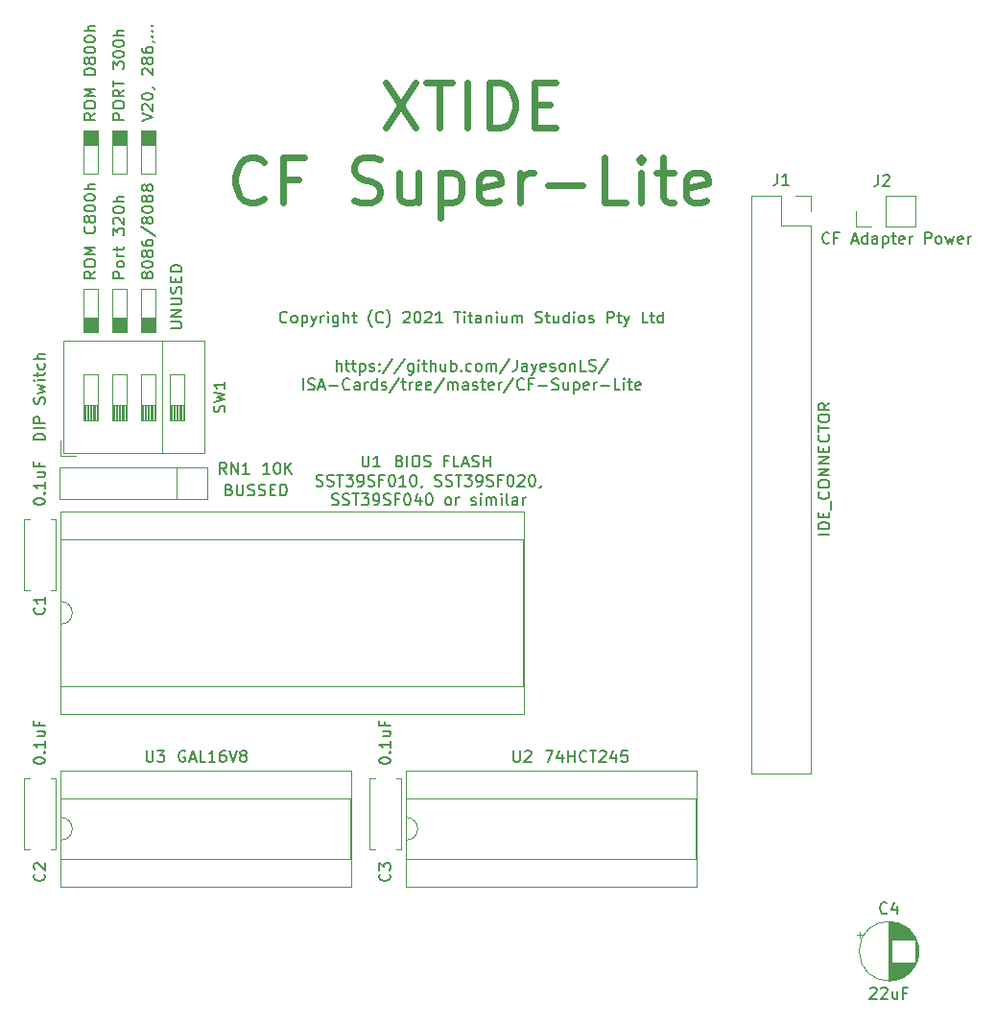
<source format=gto>
%TF.GenerationSoftware,KiCad,Pcbnew,(5.1.9)-1*%
%TF.CreationDate,2021-03-05T21:37:25+08:00*%
%TF.ProjectId,CF-Super-Lite,43462d53-7570-4657-922d-4c6974652e6b,rev?*%
%TF.SameCoordinates,Original*%
%TF.FileFunction,Legend,Top*%
%TF.FilePolarity,Positive*%
%FSLAX46Y46*%
G04 Gerber Fmt 4.6, Leading zero omitted, Abs format (unit mm)*
G04 Created by KiCad (PCBNEW (5.1.9)-1) date 2021-03-05 21:37:25*
%MOMM*%
%LPD*%
G01*
G04 APERTURE LIST*
%ADD10C,0.150000*%
%ADD11C,0.600000*%
%ADD12C,0.120000*%
%ADD13C,0.100000*%
G04 APERTURE END LIST*
D10*
X122755476Y-69572142D02*
X122707857Y-69619761D01*
X122565000Y-69667380D01*
X122469761Y-69667380D01*
X122326904Y-69619761D01*
X122231666Y-69524523D01*
X122184047Y-69429285D01*
X122136428Y-69238809D01*
X122136428Y-69095952D01*
X122184047Y-68905476D01*
X122231666Y-68810238D01*
X122326904Y-68715000D01*
X122469761Y-68667380D01*
X122565000Y-68667380D01*
X122707857Y-68715000D01*
X122755476Y-68762619D01*
X123326904Y-69667380D02*
X123231666Y-69619761D01*
X123184047Y-69572142D01*
X123136428Y-69476904D01*
X123136428Y-69191190D01*
X123184047Y-69095952D01*
X123231666Y-69048333D01*
X123326904Y-69000714D01*
X123469761Y-69000714D01*
X123565000Y-69048333D01*
X123612619Y-69095952D01*
X123660238Y-69191190D01*
X123660238Y-69476904D01*
X123612619Y-69572142D01*
X123565000Y-69619761D01*
X123469761Y-69667380D01*
X123326904Y-69667380D01*
X124088809Y-69000714D02*
X124088809Y-70000714D01*
X124088809Y-69048333D02*
X124184047Y-69000714D01*
X124374523Y-69000714D01*
X124469761Y-69048333D01*
X124517380Y-69095952D01*
X124565000Y-69191190D01*
X124565000Y-69476904D01*
X124517380Y-69572142D01*
X124469761Y-69619761D01*
X124374523Y-69667380D01*
X124184047Y-69667380D01*
X124088809Y-69619761D01*
X124898333Y-69000714D02*
X125136428Y-69667380D01*
X125374523Y-69000714D02*
X125136428Y-69667380D01*
X125041190Y-69905476D01*
X124993571Y-69953095D01*
X124898333Y-70000714D01*
X125755476Y-69667380D02*
X125755476Y-69000714D01*
X125755476Y-69191190D02*
X125803095Y-69095952D01*
X125850714Y-69048333D01*
X125945952Y-69000714D01*
X126041190Y-69000714D01*
X126374523Y-69667380D02*
X126374523Y-69000714D01*
X126374523Y-68667380D02*
X126326904Y-68715000D01*
X126374523Y-68762619D01*
X126422142Y-68715000D01*
X126374523Y-68667380D01*
X126374523Y-68762619D01*
X127279285Y-69000714D02*
X127279285Y-69810238D01*
X127231666Y-69905476D01*
X127184047Y-69953095D01*
X127088809Y-70000714D01*
X126945952Y-70000714D01*
X126850714Y-69953095D01*
X127279285Y-69619761D02*
X127184047Y-69667380D01*
X126993571Y-69667380D01*
X126898333Y-69619761D01*
X126850714Y-69572142D01*
X126803095Y-69476904D01*
X126803095Y-69191190D01*
X126850714Y-69095952D01*
X126898333Y-69048333D01*
X126993571Y-69000714D01*
X127184047Y-69000714D01*
X127279285Y-69048333D01*
X127755476Y-69667380D02*
X127755476Y-68667380D01*
X128184047Y-69667380D02*
X128184047Y-69143571D01*
X128136428Y-69048333D01*
X128041190Y-69000714D01*
X127898333Y-69000714D01*
X127803095Y-69048333D01*
X127755476Y-69095952D01*
X128517380Y-69000714D02*
X128898333Y-69000714D01*
X128660238Y-68667380D02*
X128660238Y-69524523D01*
X128707857Y-69619761D01*
X128803095Y-69667380D01*
X128898333Y-69667380D01*
X130279285Y-70048333D02*
X130231666Y-70000714D01*
X130136428Y-69857857D01*
X130088809Y-69762619D01*
X130041190Y-69619761D01*
X129993571Y-69381666D01*
X129993571Y-69191190D01*
X130041190Y-68953095D01*
X130088809Y-68810238D01*
X130136428Y-68715000D01*
X130231666Y-68572142D01*
X130279285Y-68524523D01*
X131231666Y-69572142D02*
X131184047Y-69619761D01*
X131041190Y-69667380D01*
X130945952Y-69667380D01*
X130803095Y-69619761D01*
X130707857Y-69524523D01*
X130660238Y-69429285D01*
X130612619Y-69238809D01*
X130612619Y-69095952D01*
X130660238Y-68905476D01*
X130707857Y-68810238D01*
X130803095Y-68715000D01*
X130945952Y-68667380D01*
X131041190Y-68667380D01*
X131184047Y-68715000D01*
X131231666Y-68762619D01*
X131565000Y-70048333D02*
X131612619Y-70000714D01*
X131707857Y-69857857D01*
X131755476Y-69762619D01*
X131803095Y-69619761D01*
X131850714Y-69381666D01*
X131850714Y-69191190D01*
X131803095Y-68953095D01*
X131755476Y-68810238D01*
X131707857Y-68715000D01*
X131612619Y-68572142D01*
X131565000Y-68524523D01*
X133041190Y-68762619D02*
X133088809Y-68715000D01*
X133184047Y-68667380D01*
X133422142Y-68667380D01*
X133517380Y-68715000D01*
X133565000Y-68762619D01*
X133612619Y-68857857D01*
X133612619Y-68953095D01*
X133565000Y-69095952D01*
X132993571Y-69667380D01*
X133612619Y-69667380D01*
X134231666Y-68667380D02*
X134326904Y-68667380D01*
X134422142Y-68715000D01*
X134469761Y-68762619D01*
X134517380Y-68857857D01*
X134565000Y-69048333D01*
X134565000Y-69286428D01*
X134517380Y-69476904D01*
X134469761Y-69572142D01*
X134422142Y-69619761D01*
X134326904Y-69667380D01*
X134231666Y-69667380D01*
X134136428Y-69619761D01*
X134088809Y-69572142D01*
X134041190Y-69476904D01*
X133993571Y-69286428D01*
X133993571Y-69048333D01*
X134041190Y-68857857D01*
X134088809Y-68762619D01*
X134136428Y-68715000D01*
X134231666Y-68667380D01*
X134945952Y-68762619D02*
X134993571Y-68715000D01*
X135088809Y-68667380D01*
X135326904Y-68667380D01*
X135422142Y-68715000D01*
X135469761Y-68762619D01*
X135517380Y-68857857D01*
X135517380Y-68953095D01*
X135469761Y-69095952D01*
X134898333Y-69667380D01*
X135517380Y-69667380D01*
X136469761Y-69667380D02*
X135898333Y-69667380D01*
X136184047Y-69667380D02*
X136184047Y-68667380D01*
X136088809Y-68810238D01*
X135993571Y-68905476D01*
X135898333Y-68953095D01*
X137517380Y-68667380D02*
X138088809Y-68667380D01*
X137803095Y-69667380D02*
X137803095Y-68667380D01*
X138422142Y-69667380D02*
X138422142Y-69000714D01*
X138422142Y-68667380D02*
X138374523Y-68715000D01*
X138422142Y-68762619D01*
X138469761Y-68715000D01*
X138422142Y-68667380D01*
X138422142Y-68762619D01*
X138755476Y-69000714D02*
X139136428Y-69000714D01*
X138898333Y-68667380D02*
X138898333Y-69524523D01*
X138945952Y-69619761D01*
X139041190Y-69667380D01*
X139136428Y-69667380D01*
X139898333Y-69667380D02*
X139898333Y-69143571D01*
X139850714Y-69048333D01*
X139755476Y-69000714D01*
X139565000Y-69000714D01*
X139469761Y-69048333D01*
X139898333Y-69619761D02*
X139803095Y-69667380D01*
X139565000Y-69667380D01*
X139469761Y-69619761D01*
X139422142Y-69524523D01*
X139422142Y-69429285D01*
X139469761Y-69334047D01*
X139565000Y-69286428D01*
X139803095Y-69286428D01*
X139898333Y-69238809D01*
X140374523Y-69000714D02*
X140374523Y-69667380D01*
X140374523Y-69095952D02*
X140422142Y-69048333D01*
X140517380Y-69000714D01*
X140660238Y-69000714D01*
X140755476Y-69048333D01*
X140803095Y-69143571D01*
X140803095Y-69667380D01*
X141279285Y-69667380D02*
X141279285Y-69000714D01*
X141279285Y-68667380D02*
X141231666Y-68715000D01*
X141279285Y-68762619D01*
X141326904Y-68715000D01*
X141279285Y-68667380D01*
X141279285Y-68762619D01*
X142184047Y-69000714D02*
X142184047Y-69667380D01*
X141755476Y-69000714D02*
X141755476Y-69524523D01*
X141803095Y-69619761D01*
X141898333Y-69667380D01*
X142041190Y-69667380D01*
X142136428Y-69619761D01*
X142184047Y-69572142D01*
X142660238Y-69667380D02*
X142660238Y-69000714D01*
X142660238Y-69095952D02*
X142707857Y-69048333D01*
X142803095Y-69000714D01*
X142945952Y-69000714D01*
X143041190Y-69048333D01*
X143088809Y-69143571D01*
X143088809Y-69667380D01*
X143088809Y-69143571D02*
X143136428Y-69048333D01*
X143231666Y-69000714D01*
X143374523Y-69000714D01*
X143469761Y-69048333D01*
X143517380Y-69143571D01*
X143517380Y-69667380D01*
X144707857Y-69619761D02*
X144850714Y-69667380D01*
X145088809Y-69667380D01*
X145184047Y-69619761D01*
X145231666Y-69572142D01*
X145279285Y-69476904D01*
X145279285Y-69381666D01*
X145231666Y-69286428D01*
X145184047Y-69238809D01*
X145088809Y-69191190D01*
X144898333Y-69143571D01*
X144803095Y-69095952D01*
X144755476Y-69048333D01*
X144707857Y-68953095D01*
X144707857Y-68857857D01*
X144755476Y-68762619D01*
X144803095Y-68715000D01*
X144898333Y-68667380D01*
X145136428Y-68667380D01*
X145279285Y-68715000D01*
X145565000Y-69000714D02*
X145945952Y-69000714D01*
X145707857Y-68667380D02*
X145707857Y-69524523D01*
X145755476Y-69619761D01*
X145850714Y-69667380D01*
X145945952Y-69667380D01*
X146707857Y-69000714D02*
X146707857Y-69667380D01*
X146279285Y-69000714D02*
X146279285Y-69524523D01*
X146326904Y-69619761D01*
X146422142Y-69667380D01*
X146565000Y-69667380D01*
X146660238Y-69619761D01*
X146707857Y-69572142D01*
X147612619Y-69667380D02*
X147612619Y-68667380D01*
X147612619Y-69619761D02*
X147517380Y-69667380D01*
X147326904Y-69667380D01*
X147231666Y-69619761D01*
X147184047Y-69572142D01*
X147136428Y-69476904D01*
X147136428Y-69191190D01*
X147184047Y-69095952D01*
X147231666Y-69048333D01*
X147326904Y-69000714D01*
X147517380Y-69000714D01*
X147612619Y-69048333D01*
X148088809Y-69667380D02*
X148088809Y-69000714D01*
X148088809Y-68667380D02*
X148041190Y-68715000D01*
X148088809Y-68762619D01*
X148136428Y-68715000D01*
X148088809Y-68667380D01*
X148088809Y-68762619D01*
X148707857Y-69667380D02*
X148612619Y-69619761D01*
X148565000Y-69572142D01*
X148517380Y-69476904D01*
X148517380Y-69191190D01*
X148565000Y-69095952D01*
X148612619Y-69048333D01*
X148707857Y-69000714D01*
X148850714Y-69000714D01*
X148945952Y-69048333D01*
X148993571Y-69095952D01*
X149041190Y-69191190D01*
X149041190Y-69476904D01*
X148993571Y-69572142D01*
X148945952Y-69619761D01*
X148850714Y-69667380D01*
X148707857Y-69667380D01*
X149422142Y-69619761D02*
X149517380Y-69667380D01*
X149707857Y-69667380D01*
X149803095Y-69619761D01*
X149850714Y-69524523D01*
X149850714Y-69476904D01*
X149803095Y-69381666D01*
X149707857Y-69334047D01*
X149565000Y-69334047D01*
X149469761Y-69286428D01*
X149422142Y-69191190D01*
X149422142Y-69143571D01*
X149469761Y-69048333D01*
X149565000Y-69000714D01*
X149707857Y-69000714D01*
X149803095Y-69048333D01*
X151041190Y-69667380D02*
X151041190Y-68667380D01*
X151422142Y-68667380D01*
X151517380Y-68715000D01*
X151565000Y-68762619D01*
X151612619Y-68857857D01*
X151612619Y-69000714D01*
X151565000Y-69095952D01*
X151517380Y-69143571D01*
X151422142Y-69191190D01*
X151041190Y-69191190D01*
X151898333Y-69000714D02*
X152279285Y-69000714D01*
X152041190Y-68667380D02*
X152041190Y-69524523D01*
X152088809Y-69619761D01*
X152184047Y-69667380D01*
X152279285Y-69667380D01*
X152517380Y-69000714D02*
X152755476Y-69667380D01*
X152993571Y-69000714D02*
X152755476Y-69667380D01*
X152660238Y-69905476D01*
X152612619Y-69953095D01*
X152517380Y-70000714D01*
X154612619Y-69667380D02*
X154136428Y-69667380D01*
X154136428Y-68667380D01*
X154803095Y-69000714D02*
X155184047Y-69000714D01*
X154945952Y-68667380D02*
X154945952Y-69524523D01*
X154993571Y-69619761D01*
X155088809Y-69667380D01*
X155184047Y-69667380D01*
X155945952Y-69667380D02*
X155945952Y-68667380D01*
X155945952Y-69619761D02*
X155850714Y-69667380D01*
X155660238Y-69667380D01*
X155565000Y-69619761D01*
X155517380Y-69572142D01*
X155469761Y-69476904D01*
X155469761Y-69191190D01*
X155517380Y-69095952D01*
X155565000Y-69048333D01*
X155660238Y-69000714D01*
X155850714Y-69000714D01*
X155945952Y-69048333D01*
X127136428Y-73922380D02*
X127136428Y-72922380D01*
X127565000Y-73922380D02*
X127565000Y-73398571D01*
X127517380Y-73303333D01*
X127422142Y-73255714D01*
X127279285Y-73255714D01*
X127184047Y-73303333D01*
X127136428Y-73350952D01*
X127898333Y-73255714D02*
X128279285Y-73255714D01*
X128041190Y-72922380D02*
X128041190Y-73779523D01*
X128088809Y-73874761D01*
X128184047Y-73922380D01*
X128279285Y-73922380D01*
X128469761Y-73255714D02*
X128850714Y-73255714D01*
X128612619Y-72922380D02*
X128612619Y-73779523D01*
X128660238Y-73874761D01*
X128755476Y-73922380D01*
X128850714Y-73922380D01*
X129184047Y-73255714D02*
X129184047Y-74255714D01*
X129184047Y-73303333D02*
X129279285Y-73255714D01*
X129469761Y-73255714D01*
X129565000Y-73303333D01*
X129612619Y-73350952D01*
X129660238Y-73446190D01*
X129660238Y-73731904D01*
X129612619Y-73827142D01*
X129565000Y-73874761D01*
X129469761Y-73922380D01*
X129279285Y-73922380D01*
X129184047Y-73874761D01*
X130041190Y-73874761D02*
X130136428Y-73922380D01*
X130326904Y-73922380D01*
X130422142Y-73874761D01*
X130469761Y-73779523D01*
X130469761Y-73731904D01*
X130422142Y-73636666D01*
X130326904Y-73589047D01*
X130184047Y-73589047D01*
X130088809Y-73541428D01*
X130041190Y-73446190D01*
X130041190Y-73398571D01*
X130088809Y-73303333D01*
X130184047Y-73255714D01*
X130326904Y-73255714D01*
X130422142Y-73303333D01*
X130898333Y-73827142D02*
X130945952Y-73874761D01*
X130898333Y-73922380D01*
X130850714Y-73874761D01*
X130898333Y-73827142D01*
X130898333Y-73922380D01*
X130898333Y-73303333D02*
X130945952Y-73350952D01*
X130898333Y-73398571D01*
X130850714Y-73350952D01*
X130898333Y-73303333D01*
X130898333Y-73398571D01*
X132088809Y-72874761D02*
X131231666Y-74160476D01*
X133136428Y-72874761D02*
X132279285Y-74160476D01*
X133898333Y-73255714D02*
X133898333Y-74065238D01*
X133850714Y-74160476D01*
X133803095Y-74208095D01*
X133707857Y-74255714D01*
X133565000Y-74255714D01*
X133469761Y-74208095D01*
X133898333Y-73874761D02*
X133803095Y-73922380D01*
X133612619Y-73922380D01*
X133517380Y-73874761D01*
X133469761Y-73827142D01*
X133422142Y-73731904D01*
X133422142Y-73446190D01*
X133469761Y-73350952D01*
X133517380Y-73303333D01*
X133612619Y-73255714D01*
X133803095Y-73255714D01*
X133898333Y-73303333D01*
X134374523Y-73922380D02*
X134374523Y-73255714D01*
X134374523Y-72922380D02*
X134326904Y-72970000D01*
X134374523Y-73017619D01*
X134422142Y-72970000D01*
X134374523Y-72922380D01*
X134374523Y-73017619D01*
X134707857Y-73255714D02*
X135088809Y-73255714D01*
X134850714Y-72922380D02*
X134850714Y-73779523D01*
X134898333Y-73874761D01*
X134993571Y-73922380D01*
X135088809Y-73922380D01*
X135422142Y-73922380D02*
X135422142Y-72922380D01*
X135850714Y-73922380D02*
X135850714Y-73398571D01*
X135803095Y-73303333D01*
X135707857Y-73255714D01*
X135565000Y-73255714D01*
X135469761Y-73303333D01*
X135422142Y-73350952D01*
X136755476Y-73255714D02*
X136755476Y-73922380D01*
X136326904Y-73255714D02*
X136326904Y-73779523D01*
X136374523Y-73874761D01*
X136469761Y-73922380D01*
X136612619Y-73922380D01*
X136707857Y-73874761D01*
X136755476Y-73827142D01*
X137231666Y-73922380D02*
X137231666Y-72922380D01*
X137231666Y-73303333D02*
X137326904Y-73255714D01*
X137517380Y-73255714D01*
X137612619Y-73303333D01*
X137660238Y-73350952D01*
X137707857Y-73446190D01*
X137707857Y-73731904D01*
X137660238Y-73827142D01*
X137612619Y-73874761D01*
X137517380Y-73922380D01*
X137326904Y-73922380D01*
X137231666Y-73874761D01*
X138136428Y-73827142D02*
X138184047Y-73874761D01*
X138136428Y-73922380D01*
X138088809Y-73874761D01*
X138136428Y-73827142D01*
X138136428Y-73922380D01*
X139041190Y-73874761D02*
X138945952Y-73922380D01*
X138755476Y-73922380D01*
X138660238Y-73874761D01*
X138612619Y-73827142D01*
X138565000Y-73731904D01*
X138565000Y-73446190D01*
X138612619Y-73350952D01*
X138660238Y-73303333D01*
X138755476Y-73255714D01*
X138945952Y-73255714D01*
X139041190Y-73303333D01*
X139612619Y-73922380D02*
X139517380Y-73874761D01*
X139469761Y-73827142D01*
X139422142Y-73731904D01*
X139422142Y-73446190D01*
X139469761Y-73350952D01*
X139517380Y-73303333D01*
X139612619Y-73255714D01*
X139755476Y-73255714D01*
X139850714Y-73303333D01*
X139898333Y-73350952D01*
X139945952Y-73446190D01*
X139945952Y-73731904D01*
X139898333Y-73827142D01*
X139850714Y-73874761D01*
X139755476Y-73922380D01*
X139612619Y-73922380D01*
X140374523Y-73922380D02*
X140374523Y-73255714D01*
X140374523Y-73350952D02*
X140422142Y-73303333D01*
X140517380Y-73255714D01*
X140660238Y-73255714D01*
X140755476Y-73303333D01*
X140803095Y-73398571D01*
X140803095Y-73922380D01*
X140803095Y-73398571D02*
X140850714Y-73303333D01*
X140945952Y-73255714D01*
X141088809Y-73255714D01*
X141184047Y-73303333D01*
X141231666Y-73398571D01*
X141231666Y-73922380D01*
X142422142Y-72874761D02*
X141565000Y-74160476D01*
X143041190Y-72922380D02*
X143041190Y-73636666D01*
X142993571Y-73779523D01*
X142898333Y-73874761D01*
X142755476Y-73922380D01*
X142660238Y-73922380D01*
X143945952Y-73922380D02*
X143945952Y-73398571D01*
X143898333Y-73303333D01*
X143803095Y-73255714D01*
X143612619Y-73255714D01*
X143517380Y-73303333D01*
X143945952Y-73874761D02*
X143850714Y-73922380D01*
X143612619Y-73922380D01*
X143517380Y-73874761D01*
X143469761Y-73779523D01*
X143469761Y-73684285D01*
X143517380Y-73589047D01*
X143612619Y-73541428D01*
X143850714Y-73541428D01*
X143945952Y-73493809D01*
X144326904Y-73255714D02*
X144565000Y-73922380D01*
X144803095Y-73255714D02*
X144565000Y-73922380D01*
X144469761Y-74160476D01*
X144422142Y-74208095D01*
X144326904Y-74255714D01*
X145565000Y-73874761D02*
X145469761Y-73922380D01*
X145279285Y-73922380D01*
X145184047Y-73874761D01*
X145136428Y-73779523D01*
X145136428Y-73398571D01*
X145184047Y-73303333D01*
X145279285Y-73255714D01*
X145469761Y-73255714D01*
X145565000Y-73303333D01*
X145612619Y-73398571D01*
X145612619Y-73493809D01*
X145136428Y-73589047D01*
X145993571Y-73874761D02*
X146088809Y-73922380D01*
X146279285Y-73922380D01*
X146374523Y-73874761D01*
X146422142Y-73779523D01*
X146422142Y-73731904D01*
X146374523Y-73636666D01*
X146279285Y-73589047D01*
X146136428Y-73589047D01*
X146041190Y-73541428D01*
X145993571Y-73446190D01*
X145993571Y-73398571D01*
X146041190Y-73303333D01*
X146136428Y-73255714D01*
X146279285Y-73255714D01*
X146374523Y-73303333D01*
X146993571Y-73922380D02*
X146898333Y-73874761D01*
X146850714Y-73827142D01*
X146803095Y-73731904D01*
X146803095Y-73446190D01*
X146850714Y-73350952D01*
X146898333Y-73303333D01*
X146993571Y-73255714D01*
X147136428Y-73255714D01*
X147231666Y-73303333D01*
X147279285Y-73350952D01*
X147326904Y-73446190D01*
X147326904Y-73731904D01*
X147279285Y-73827142D01*
X147231666Y-73874761D01*
X147136428Y-73922380D01*
X146993571Y-73922380D01*
X147755476Y-73255714D02*
X147755476Y-73922380D01*
X147755476Y-73350952D02*
X147803095Y-73303333D01*
X147898333Y-73255714D01*
X148041190Y-73255714D01*
X148136428Y-73303333D01*
X148184047Y-73398571D01*
X148184047Y-73922380D01*
X149136428Y-73922380D02*
X148660238Y-73922380D01*
X148660238Y-72922380D01*
X149422142Y-73874761D02*
X149565000Y-73922380D01*
X149803095Y-73922380D01*
X149898333Y-73874761D01*
X149945952Y-73827142D01*
X149993571Y-73731904D01*
X149993571Y-73636666D01*
X149945952Y-73541428D01*
X149898333Y-73493809D01*
X149803095Y-73446190D01*
X149612619Y-73398571D01*
X149517380Y-73350952D01*
X149469761Y-73303333D01*
X149422142Y-73208095D01*
X149422142Y-73112857D01*
X149469761Y-73017619D01*
X149517380Y-72970000D01*
X149612619Y-72922380D01*
X149850714Y-72922380D01*
X149993571Y-72970000D01*
X151136428Y-72874761D02*
X150279285Y-74160476D01*
X124207857Y-75572380D02*
X124207857Y-74572380D01*
X124636428Y-75524761D02*
X124779285Y-75572380D01*
X125017380Y-75572380D01*
X125112619Y-75524761D01*
X125160238Y-75477142D01*
X125207857Y-75381904D01*
X125207857Y-75286666D01*
X125160238Y-75191428D01*
X125112619Y-75143809D01*
X125017380Y-75096190D01*
X124826904Y-75048571D01*
X124731666Y-75000952D01*
X124684047Y-74953333D01*
X124636428Y-74858095D01*
X124636428Y-74762857D01*
X124684047Y-74667619D01*
X124731666Y-74620000D01*
X124826904Y-74572380D01*
X125064999Y-74572380D01*
X125207857Y-74620000D01*
X125588809Y-75286666D02*
X126064999Y-75286666D01*
X125493571Y-75572380D02*
X125826904Y-74572380D01*
X126160238Y-75572380D01*
X126493571Y-75191428D02*
X127255476Y-75191428D01*
X128303095Y-75477142D02*
X128255476Y-75524761D01*
X128112619Y-75572380D01*
X128017380Y-75572380D01*
X127874523Y-75524761D01*
X127779285Y-75429523D01*
X127731666Y-75334285D01*
X127684047Y-75143809D01*
X127684047Y-75000952D01*
X127731666Y-74810476D01*
X127779285Y-74715238D01*
X127874523Y-74620000D01*
X128017380Y-74572380D01*
X128112619Y-74572380D01*
X128255476Y-74620000D01*
X128303095Y-74667619D01*
X129160238Y-75572380D02*
X129160238Y-75048571D01*
X129112619Y-74953333D01*
X129017380Y-74905714D01*
X128826904Y-74905714D01*
X128731666Y-74953333D01*
X129160238Y-75524761D02*
X129064999Y-75572380D01*
X128826904Y-75572380D01*
X128731666Y-75524761D01*
X128684047Y-75429523D01*
X128684047Y-75334285D01*
X128731666Y-75239047D01*
X128826904Y-75191428D01*
X129064999Y-75191428D01*
X129160238Y-75143809D01*
X129636428Y-75572380D02*
X129636428Y-74905714D01*
X129636428Y-75096190D02*
X129684047Y-75000952D01*
X129731666Y-74953333D01*
X129826904Y-74905714D01*
X129922142Y-74905714D01*
X130684047Y-75572380D02*
X130684047Y-74572380D01*
X130684047Y-75524761D02*
X130588809Y-75572380D01*
X130398333Y-75572380D01*
X130303095Y-75524761D01*
X130255476Y-75477142D01*
X130207857Y-75381904D01*
X130207857Y-75096190D01*
X130255476Y-75000952D01*
X130303095Y-74953333D01*
X130398333Y-74905714D01*
X130588809Y-74905714D01*
X130684047Y-74953333D01*
X131112619Y-75524761D02*
X131207857Y-75572380D01*
X131398333Y-75572380D01*
X131493571Y-75524761D01*
X131541190Y-75429523D01*
X131541190Y-75381904D01*
X131493571Y-75286666D01*
X131398333Y-75239047D01*
X131255476Y-75239047D01*
X131160238Y-75191428D01*
X131112619Y-75096190D01*
X131112619Y-75048571D01*
X131160238Y-74953333D01*
X131255476Y-74905714D01*
X131398333Y-74905714D01*
X131493571Y-74953333D01*
X132684047Y-74524761D02*
X131826904Y-75810476D01*
X132874523Y-74905714D02*
X133255476Y-74905714D01*
X133017380Y-74572380D02*
X133017380Y-75429523D01*
X133064999Y-75524761D01*
X133160238Y-75572380D01*
X133255476Y-75572380D01*
X133588809Y-75572380D02*
X133588809Y-74905714D01*
X133588809Y-75096190D02*
X133636428Y-75000952D01*
X133684047Y-74953333D01*
X133779285Y-74905714D01*
X133874523Y-74905714D01*
X134588809Y-75524761D02*
X134493571Y-75572380D01*
X134303095Y-75572380D01*
X134207857Y-75524761D01*
X134160238Y-75429523D01*
X134160238Y-75048571D01*
X134207857Y-74953333D01*
X134303095Y-74905714D01*
X134493571Y-74905714D01*
X134588809Y-74953333D01*
X134636428Y-75048571D01*
X134636428Y-75143809D01*
X134160238Y-75239047D01*
X135445952Y-75524761D02*
X135350714Y-75572380D01*
X135160238Y-75572380D01*
X135065000Y-75524761D01*
X135017380Y-75429523D01*
X135017380Y-75048571D01*
X135065000Y-74953333D01*
X135160238Y-74905714D01*
X135350714Y-74905714D01*
X135445952Y-74953333D01*
X135493571Y-75048571D01*
X135493571Y-75143809D01*
X135017380Y-75239047D01*
X136636428Y-74524761D02*
X135779285Y-75810476D01*
X136969761Y-75572380D02*
X136969761Y-74905714D01*
X136969761Y-75000952D02*
X137017380Y-74953333D01*
X137112619Y-74905714D01*
X137255476Y-74905714D01*
X137350714Y-74953333D01*
X137398333Y-75048571D01*
X137398333Y-75572380D01*
X137398333Y-75048571D02*
X137445952Y-74953333D01*
X137541190Y-74905714D01*
X137684047Y-74905714D01*
X137779285Y-74953333D01*
X137826904Y-75048571D01*
X137826904Y-75572380D01*
X138731666Y-75572380D02*
X138731666Y-75048571D01*
X138684047Y-74953333D01*
X138588809Y-74905714D01*
X138398333Y-74905714D01*
X138303095Y-74953333D01*
X138731666Y-75524761D02*
X138636428Y-75572380D01*
X138398333Y-75572380D01*
X138303095Y-75524761D01*
X138255476Y-75429523D01*
X138255476Y-75334285D01*
X138303095Y-75239047D01*
X138398333Y-75191428D01*
X138636428Y-75191428D01*
X138731666Y-75143809D01*
X139160238Y-75524761D02*
X139255476Y-75572380D01*
X139445952Y-75572380D01*
X139541190Y-75524761D01*
X139588809Y-75429523D01*
X139588809Y-75381904D01*
X139541190Y-75286666D01*
X139445952Y-75239047D01*
X139303095Y-75239047D01*
X139207857Y-75191428D01*
X139160238Y-75096190D01*
X139160238Y-75048571D01*
X139207857Y-74953333D01*
X139303095Y-74905714D01*
X139445952Y-74905714D01*
X139541190Y-74953333D01*
X139874523Y-74905714D02*
X140255476Y-74905714D01*
X140017380Y-74572380D02*
X140017380Y-75429523D01*
X140065000Y-75524761D01*
X140160238Y-75572380D01*
X140255476Y-75572380D01*
X140969761Y-75524761D02*
X140874523Y-75572380D01*
X140684047Y-75572380D01*
X140588809Y-75524761D01*
X140541190Y-75429523D01*
X140541190Y-75048571D01*
X140588809Y-74953333D01*
X140684047Y-74905714D01*
X140874523Y-74905714D01*
X140969761Y-74953333D01*
X141017380Y-75048571D01*
X141017380Y-75143809D01*
X140541190Y-75239047D01*
X141445952Y-75572380D02*
X141445952Y-74905714D01*
X141445952Y-75096190D02*
X141493571Y-75000952D01*
X141541190Y-74953333D01*
X141636428Y-74905714D01*
X141731666Y-74905714D01*
X142779285Y-74524761D02*
X141922142Y-75810476D01*
X143684047Y-75477142D02*
X143636428Y-75524761D01*
X143493571Y-75572380D01*
X143398333Y-75572380D01*
X143255476Y-75524761D01*
X143160238Y-75429523D01*
X143112619Y-75334285D01*
X143065000Y-75143809D01*
X143065000Y-75000952D01*
X143112619Y-74810476D01*
X143160238Y-74715238D01*
X143255476Y-74620000D01*
X143398333Y-74572380D01*
X143493571Y-74572380D01*
X143636428Y-74620000D01*
X143684047Y-74667619D01*
X144445952Y-75048571D02*
X144112619Y-75048571D01*
X144112619Y-75572380D02*
X144112619Y-74572380D01*
X144588809Y-74572380D01*
X144969761Y-75191428D02*
X145731666Y-75191428D01*
X146160238Y-75524761D02*
X146303095Y-75572380D01*
X146541190Y-75572380D01*
X146636428Y-75524761D01*
X146684047Y-75477142D01*
X146731666Y-75381904D01*
X146731666Y-75286666D01*
X146684047Y-75191428D01*
X146636428Y-75143809D01*
X146541190Y-75096190D01*
X146350714Y-75048571D01*
X146255476Y-75000952D01*
X146207857Y-74953333D01*
X146160238Y-74858095D01*
X146160238Y-74762857D01*
X146207857Y-74667619D01*
X146255476Y-74620000D01*
X146350714Y-74572380D01*
X146588809Y-74572380D01*
X146731666Y-74620000D01*
X147588809Y-74905714D02*
X147588809Y-75572380D01*
X147160238Y-74905714D02*
X147160238Y-75429523D01*
X147207857Y-75524761D01*
X147303095Y-75572380D01*
X147445952Y-75572380D01*
X147541190Y-75524761D01*
X147588809Y-75477142D01*
X148065000Y-74905714D02*
X148065000Y-75905714D01*
X148065000Y-74953333D02*
X148160238Y-74905714D01*
X148350714Y-74905714D01*
X148445952Y-74953333D01*
X148493571Y-75000952D01*
X148541190Y-75096190D01*
X148541190Y-75381904D01*
X148493571Y-75477142D01*
X148445952Y-75524761D01*
X148350714Y-75572380D01*
X148160238Y-75572380D01*
X148065000Y-75524761D01*
X149350714Y-75524761D02*
X149255476Y-75572380D01*
X149065000Y-75572380D01*
X148969761Y-75524761D01*
X148922142Y-75429523D01*
X148922142Y-75048571D01*
X148969761Y-74953333D01*
X149065000Y-74905714D01*
X149255476Y-74905714D01*
X149350714Y-74953333D01*
X149398333Y-75048571D01*
X149398333Y-75143809D01*
X148922142Y-75239047D01*
X149826904Y-75572380D02*
X149826904Y-74905714D01*
X149826904Y-75096190D02*
X149874523Y-75000952D01*
X149922142Y-74953333D01*
X150017380Y-74905714D01*
X150112619Y-74905714D01*
X150445952Y-75191428D02*
X151207857Y-75191428D01*
X152160238Y-75572380D02*
X151684047Y-75572380D01*
X151684047Y-74572380D01*
X152493571Y-75572380D02*
X152493571Y-74905714D01*
X152493571Y-74572380D02*
X152445952Y-74620000D01*
X152493571Y-74667619D01*
X152541190Y-74620000D01*
X152493571Y-74572380D01*
X152493571Y-74667619D01*
X152826904Y-74905714D02*
X153207857Y-74905714D01*
X152969761Y-74572380D02*
X152969761Y-75429523D01*
X153017380Y-75524761D01*
X153112619Y-75572380D01*
X153207857Y-75572380D01*
X153922142Y-75524761D02*
X153826904Y-75572380D01*
X153636428Y-75572380D01*
X153541190Y-75524761D01*
X153493571Y-75429523D01*
X153493571Y-75048571D01*
X153541190Y-74953333D01*
X153636428Y-74905714D01*
X153826904Y-74905714D01*
X153922142Y-74953333D01*
X153969761Y-75048571D01*
X153969761Y-75143809D01*
X153493571Y-75239047D01*
D11*
X131445952Y-48484523D02*
X134112619Y-52484523D01*
X134112619Y-48484523D02*
X131445952Y-52484523D01*
X135065000Y-48484523D02*
X137350714Y-48484523D01*
X136207857Y-52484523D02*
X136207857Y-48484523D01*
X138684047Y-52484523D02*
X138684047Y-48484523D01*
X140588809Y-52484523D02*
X140588809Y-48484523D01*
X141541190Y-48484523D01*
X142112619Y-48675000D01*
X142493571Y-49055952D01*
X142684047Y-49436904D01*
X142874523Y-50198809D01*
X142874523Y-50770238D01*
X142684047Y-51532142D01*
X142493571Y-51913095D01*
X142112619Y-52294047D01*
X141541190Y-52484523D01*
X140588809Y-52484523D01*
X144588809Y-50389285D02*
X145922142Y-50389285D01*
X146493571Y-52484523D02*
X144588809Y-52484523D01*
X144588809Y-48484523D01*
X146493571Y-48484523D01*
X120684047Y-58703571D02*
X120493571Y-58894047D01*
X119922142Y-59084523D01*
X119541190Y-59084523D01*
X118969761Y-58894047D01*
X118588809Y-58513095D01*
X118398333Y-58132142D01*
X118207857Y-57370238D01*
X118207857Y-56798809D01*
X118398333Y-56036904D01*
X118588809Y-55655952D01*
X118969761Y-55275000D01*
X119541190Y-55084523D01*
X119922142Y-55084523D01*
X120493571Y-55275000D01*
X120684047Y-55465476D01*
X123731666Y-56989285D02*
X122398333Y-56989285D01*
X122398333Y-59084523D02*
X122398333Y-55084523D01*
X124303095Y-55084523D01*
X128684047Y-58894047D02*
X129255476Y-59084523D01*
X130207857Y-59084523D01*
X130588809Y-58894047D01*
X130779285Y-58703571D01*
X130969761Y-58322619D01*
X130969761Y-57941666D01*
X130779285Y-57560714D01*
X130588809Y-57370238D01*
X130207857Y-57179761D01*
X129445952Y-56989285D01*
X129065000Y-56798809D01*
X128874523Y-56608333D01*
X128684047Y-56227380D01*
X128684047Y-55846428D01*
X128874523Y-55465476D01*
X129065000Y-55275000D01*
X129445952Y-55084523D01*
X130398333Y-55084523D01*
X130969761Y-55275000D01*
X134398333Y-56417857D02*
X134398333Y-59084523D01*
X132684047Y-56417857D02*
X132684047Y-58513095D01*
X132874523Y-58894047D01*
X133255476Y-59084523D01*
X133826904Y-59084523D01*
X134207857Y-58894047D01*
X134398333Y-58703571D01*
X136303095Y-56417857D02*
X136303095Y-60417857D01*
X136303095Y-56608333D02*
X136684047Y-56417857D01*
X137445952Y-56417857D01*
X137826904Y-56608333D01*
X138017380Y-56798809D01*
X138207857Y-57179761D01*
X138207857Y-58322619D01*
X138017380Y-58703571D01*
X137826904Y-58894047D01*
X137445952Y-59084523D01*
X136684047Y-59084523D01*
X136303095Y-58894047D01*
X141445952Y-58894047D02*
X141065000Y-59084523D01*
X140303095Y-59084523D01*
X139922142Y-58894047D01*
X139731666Y-58513095D01*
X139731666Y-56989285D01*
X139922142Y-56608333D01*
X140303095Y-56417857D01*
X141065000Y-56417857D01*
X141445952Y-56608333D01*
X141636428Y-56989285D01*
X141636428Y-57370238D01*
X139731666Y-57751190D01*
X143350714Y-59084523D02*
X143350714Y-56417857D01*
X143350714Y-57179761D02*
X143541190Y-56798809D01*
X143731666Y-56608333D01*
X144112619Y-56417857D01*
X144493571Y-56417857D01*
X145826904Y-57560714D02*
X148874523Y-57560714D01*
X152684047Y-59084523D02*
X150779285Y-59084523D01*
X150779285Y-55084523D01*
X154017380Y-59084523D02*
X154017380Y-56417857D01*
X154017380Y-55084523D02*
X153826904Y-55275000D01*
X154017380Y-55465476D01*
X154207857Y-55275000D01*
X154017380Y-55084523D01*
X154017380Y-55465476D01*
X155350714Y-56417857D02*
X156874523Y-56417857D01*
X155922142Y-55084523D02*
X155922142Y-58513095D01*
X156112619Y-58894047D01*
X156493571Y-59084523D01*
X156874523Y-59084523D01*
X159731666Y-58894047D02*
X159350714Y-59084523D01*
X158588809Y-59084523D01*
X158207857Y-58894047D01*
X158017380Y-58513095D01*
X158017380Y-56989285D01*
X158207857Y-56608333D01*
X158588809Y-56417857D01*
X159350714Y-56417857D01*
X159731666Y-56608333D01*
X159922142Y-56989285D01*
X159922142Y-57370238D01*
X158017380Y-57751190D01*
D10*
X117657857Y-84383571D02*
X117800714Y-84431190D01*
X117848333Y-84478809D01*
X117895952Y-84574047D01*
X117895952Y-84716904D01*
X117848333Y-84812142D01*
X117800714Y-84859761D01*
X117705476Y-84907380D01*
X117324523Y-84907380D01*
X117324523Y-83907380D01*
X117657857Y-83907380D01*
X117753095Y-83955000D01*
X117800714Y-84002619D01*
X117848333Y-84097857D01*
X117848333Y-84193095D01*
X117800714Y-84288333D01*
X117753095Y-84335952D01*
X117657857Y-84383571D01*
X117324523Y-84383571D01*
X118324523Y-83907380D02*
X118324523Y-84716904D01*
X118372142Y-84812142D01*
X118419761Y-84859761D01*
X118515000Y-84907380D01*
X118705476Y-84907380D01*
X118800714Y-84859761D01*
X118848333Y-84812142D01*
X118895952Y-84716904D01*
X118895952Y-83907380D01*
X119324523Y-84859761D02*
X119467380Y-84907380D01*
X119705476Y-84907380D01*
X119800714Y-84859761D01*
X119848333Y-84812142D01*
X119895952Y-84716904D01*
X119895952Y-84621666D01*
X119848333Y-84526428D01*
X119800714Y-84478809D01*
X119705476Y-84431190D01*
X119515000Y-84383571D01*
X119419761Y-84335952D01*
X119372142Y-84288333D01*
X119324523Y-84193095D01*
X119324523Y-84097857D01*
X119372142Y-84002619D01*
X119419761Y-83955000D01*
X119515000Y-83907380D01*
X119753095Y-83907380D01*
X119895952Y-83955000D01*
X120276904Y-84859761D02*
X120419761Y-84907380D01*
X120657857Y-84907380D01*
X120753095Y-84859761D01*
X120800714Y-84812142D01*
X120848333Y-84716904D01*
X120848333Y-84621666D01*
X120800714Y-84526428D01*
X120753095Y-84478809D01*
X120657857Y-84431190D01*
X120467380Y-84383571D01*
X120372142Y-84335952D01*
X120324523Y-84288333D01*
X120276904Y-84193095D01*
X120276904Y-84097857D01*
X120324523Y-84002619D01*
X120372142Y-83955000D01*
X120467380Y-83907380D01*
X120705476Y-83907380D01*
X120848333Y-83955000D01*
X121276904Y-84383571D02*
X121610238Y-84383571D01*
X121753095Y-84907380D02*
X121276904Y-84907380D01*
X121276904Y-83907380D01*
X121753095Y-83907380D01*
X122181666Y-84907380D02*
X122181666Y-83907380D01*
X122419761Y-83907380D01*
X122562619Y-83955000D01*
X122657857Y-84050238D01*
X122705476Y-84145476D01*
X122753095Y-84335952D01*
X122753095Y-84478809D01*
X122705476Y-84669285D01*
X122657857Y-84764523D01*
X122562619Y-84859761D01*
X122419761Y-84907380D01*
X122181666Y-84907380D01*
X125350238Y-84034761D02*
X125493095Y-84082380D01*
X125731190Y-84082380D01*
X125826428Y-84034761D01*
X125874047Y-83987142D01*
X125921666Y-83891904D01*
X125921666Y-83796666D01*
X125874047Y-83701428D01*
X125826428Y-83653809D01*
X125731190Y-83606190D01*
X125540714Y-83558571D01*
X125445476Y-83510952D01*
X125397857Y-83463333D01*
X125350238Y-83368095D01*
X125350238Y-83272857D01*
X125397857Y-83177619D01*
X125445476Y-83130000D01*
X125540714Y-83082380D01*
X125778809Y-83082380D01*
X125921666Y-83130000D01*
X126302619Y-84034761D02*
X126445476Y-84082380D01*
X126683571Y-84082380D01*
X126778809Y-84034761D01*
X126826428Y-83987142D01*
X126874047Y-83891904D01*
X126874047Y-83796666D01*
X126826428Y-83701428D01*
X126778809Y-83653809D01*
X126683571Y-83606190D01*
X126493095Y-83558571D01*
X126397857Y-83510952D01*
X126350238Y-83463333D01*
X126302619Y-83368095D01*
X126302619Y-83272857D01*
X126350238Y-83177619D01*
X126397857Y-83130000D01*
X126493095Y-83082380D01*
X126731190Y-83082380D01*
X126874047Y-83130000D01*
X127159761Y-83082380D02*
X127731190Y-83082380D01*
X127445476Y-84082380D02*
X127445476Y-83082380D01*
X127969285Y-83082380D02*
X128588333Y-83082380D01*
X128255000Y-83463333D01*
X128397857Y-83463333D01*
X128493095Y-83510952D01*
X128540714Y-83558571D01*
X128588333Y-83653809D01*
X128588333Y-83891904D01*
X128540714Y-83987142D01*
X128493095Y-84034761D01*
X128397857Y-84082380D01*
X128112142Y-84082380D01*
X128016904Y-84034761D01*
X127969285Y-83987142D01*
X129064523Y-84082380D02*
X129255000Y-84082380D01*
X129350238Y-84034761D01*
X129397857Y-83987142D01*
X129493095Y-83844285D01*
X129540714Y-83653809D01*
X129540714Y-83272857D01*
X129493095Y-83177619D01*
X129445476Y-83130000D01*
X129350238Y-83082380D01*
X129159761Y-83082380D01*
X129064523Y-83130000D01*
X129016904Y-83177619D01*
X128969285Y-83272857D01*
X128969285Y-83510952D01*
X129016904Y-83606190D01*
X129064523Y-83653809D01*
X129159761Y-83701428D01*
X129350238Y-83701428D01*
X129445476Y-83653809D01*
X129493095Y-83606190D01*
X129540714Y-83510952D01*
X129921666Y-84034761D02*
X130064523Y-84082380D01*
X130302619Y-84082380D01*
X130397857Y-84034761D01*
X130445476Y-83987142D01*
X130493095Y-83891904D01*
X130493095Y-83796666D01*
X130445476Y-83701428D01*
X130397857Y-83653809D01*
X130302619Y-83606190D01*
X130112142Y-83558571D01*
X130016904Y-83510952D01*
X129969285Y-83463333D01*
X129921666Y-83368095D01*
X129921666Y-83272857D01*
X129969285Y-83177619D01*
X130016904Y-83130000D01*
X130112142Y-83082380D01*
X130350238Y-83082380D01*
X130493095Y-83130000D01*
X131255000Y-83558571D02*
X130921666Y-83558571D01*
X130921666Y-84082380D02*
X130921666Y-83082380D01*
X131397857Y-83082380D01*
X131969285Y-83082380D02*
X132064523Y-83082380D01*
X132159761Y-83130000D01*
X132207380Y-83177619D01*
X132255000Y-83272857D01*
X132302619Y-83463333D01*
X132302619Y-83701428D01*
X132255000Y-83891904D01*
X132207380Y-83987142D01*
X132159761Y-84034761D01*
X132064523Y-84082380D01*
X131969285Y-84082380D01*
X131874047Y-84034761D01*
X131826428Y-83987142D01*
X131778809Y-83891904D01*
X131731190Y-83701428D01*
X131731190Y-83463333D01*
X131778809Y-83272857D01*
X131826428Y-83177619D01*
X131874047Y-83130000D01*
X131969285Y-83082380D01*
X133255000Y-84082380D02*
X132683571Y-84082380D01*
X132969285Y-84082380D02*
X132969285Y-83082380D01*
X132874047Y-83225238D01*
X132778809Y-83320476D01*
X132683571Y-83368095D01*
X133874047Y-83082380D02*
X133969285Y-83082380D01*
X134064523Y-83130000D01*
X134112142Y-83177619D01*
X134159761Y-83272857D01*
X134207380Y-83463333D01*
X134207380Y-83701428D01*
X134159761Y-83891904D01*
X134112142Y-83987142D01*
X134064523Y-84034761D01*
X133969285Y-84082380D01*
X133874047Y-84082380D01*
X133778809Y-84034761D01*
X133731190Y-83987142D01*
X133683571Y-83891904D01*
X133635952Y-83701428D01*
X133635952Y-83463333D01*
X133683571Y-83272857D01*
X133731190Y-83177619D01*
X133778809Y-83130000D01*
X133874047Y-83082380D01*
X134683571Y-84034761D02*
X134683571Y-84082380D01*
X134635952Y-84177619D01*
X134588333Y-84225238D01*
X135826428Y-84034761D02*
X135969285Y-84082380D01*
X136207380Y-84082380D01*
X136302619Y-84034761D01*
X136350238Y-83987142D01*
X136397857Y-83891904D01*
X136397857Y-83796666D01*
X136350238Y-83701428D01*
X136302619Y-83653809D01*
X136207380Y-83606190D01*
X136016904Y-83558571D01*
X135921666Y-83510952D01*
X135874047Y-83463333D01*
X135826428Y-83368095D01*
X135826428Y-83272857D01*
X135874047Y-83177619D01*
X135921666Y-83130000D01*
X136016904Y-83082380D01*
X136255000Y-83082380D01*
X136397857Y-83130000D01*
X136778809Y-84034761D02*
X136921666Y-84082380D01*
X137159761Y-84082380D01*
X137255000Y-84034761D01*
X137302619Y-83987142D01*
X137350238Y-83891904D01*
X137350238Y-83796666D01*
X137302619Y-83701428D01*
X137255000Y-83653809D01*
X137159761Y-83606190D01*
X136969285Y-83558571D01*
X136874047Y-83510952D01*
X136826428Y-83463333D01*
X136778809Y-83368095D01*
X136778809Y-83272857D01*
X136826428Y-83177619D01*
X136874047Y-83130000D01*
X136969285Y-83082380D01*
X137207380Y-83082380D01*
X137350238Y-83130000D01*
X137635952Y-83082380D02*
X138207380Y-83082380D01*
X137921666Y-84082380D02*
X137921666Y-83082380D01*
X138445476Y-83082380D02*
X139064523Y-83082380D01*
X138731190Y-83463333D01*
X138874047Y-83463333D01*
X138969285Y-83510952D01*
X139016904Y-83558571D01*
X139064523Y-83653809D01*
X139064523Y-83891904D01*
X139016904Y-83987142D01*
X138969285Y-84034761D01*
X138874047Y-84082380D01*
X138588333Y-84082380D01*
X138493095Y-84034761D01*
X138445476Y-83987142D01*
X139540714Y-84082380D02*
X139731190Y-84082380D01*
X139826428Y-84034761D01*
X139874047Y-83987142D01*
X139969285Y-83844285D01*
X140016904Y-83653809D01*
X140016904Y-83272857D01*
X139969285Y-83177619D01*
X139921666Y-83130000D01*
X139826428Y-83082380D01*
X139635952Y-83082380D01*
X139540714Y-83130000D01*
X139493095Y-83177619D01*
X139445476Y-83272857D01*
X139445476Y-83510952D01*
X139493095Y-83606190D01*
X139540714Y-83653809D01*
X139635952Y-83701428D01*
X139826428Y-83701428D01*
X139921666Y-83653809D01*
X139969285Y-83606190D01*
X140016904Y-83510952D01*
X140397857Y-84034761D02*
X140540714Y-84082380D01*
X140778809Y-84082380D01*
X140874047Y-84034761D01*
X140921666Y-83987142D01*
X140969285Y-83891904D01*
X140969285Y-83796666D01*
X140921666Y-83701428D01*
X140874047Y-83653809D01*
X140778809Y-83606190D01*
X140588333Y-83558571D01*
X140493095Y-83510952D01*
X140445476Y-83463333D01*
X140397857Y-83368095D01*
X140397857Y-83272857D01*
X140445476Y-83177619D01*
X140493095Y-83130000D01*
X140588333Y-83082380D01*
X140826428Y-83082380D01*
X140969285Y-83130000D01*
X141731190Y-83558571D02*
X141397857Y-83558571D01*
X141397857Y-84082380D02*
X141397857Y-83082380D01*
X141874047Y-83082380D01*
X142445476Y-83082380D02*
X142540714Y-83082380D01*
X142635952Y-83130000D01*
X142683571Y-83177619D01*
X142731190Y-83272857D01*
X142778809Y-83463333D01*
X142778809Y-83701428D01*
X142731190Y-83891904D01*
X142683571Y-83987142D01*
X142635952Y-84034761D01*
X142540714Y-84082380D01*
X142445476Y-84082380D01*
X142350238Y-84034761D01*
X142302619Y-83987142D01*
X142255000Y-83891904D01*
X142207380Y-83701428D01*
X142207380Y-83463333D01*
X142255000Y-83272857D01*
X142302619Y-83177619D01*
X142350238Y-83130000D01*
X142445476Y-83082380D01*
X143159761Y-83177619D02*
X143207380Y-83130000D01*
X143302619Y-83082380D01*
X143540714Y-83082380D01*
X143635952Y-83130000D01*
X143683571Y-83177619D01*
X143731190Y-83272857D01*
X143731190Y-83368095D01*
X143683571Y-83510952D01*
X143112142Y-84082380D01*
X143731190Y-84082380D01*
X144350238Y-83082380D02*
X144445476Y-83082380D01*
X144540714Y-83130000D01*
X144588333Y-83177619D01*
X144635952Y-83272857D01*
X144683571Y-83463333D01*
X144683571Y-83701428D01*
X144635952Y-83891904D01*
X144588333Y-83987142D01*
X144540714Y-84034761D01*
X144445476Y-84082380D01*
X144350238Y-84082380D01*
X144255000Y-84034761D01*
X144207380Y-83987142D01*
X144159761Y-83891904D01*
X144112142Y-83701428D01*
X144112142Y-83463333D01*
X144159761Y-83272857D01*
X144207380Y-83177619D01*
X144255000Y-83130000D01*
X144350238Y-83082380D01*
X145159761Y-84034761D02*
X145159761Y-84082380D01*
X145112142Y-84177619D01*
X145064523Y-84225238D01*
X126731190Y-85684761D02*
X126874047Y-85732380D01*
X127112142Y-85732380D01*
X127207380Y-85684761D01*
X127255000Y-85637142D01*
X127302619Y-85541904D01*
X127302619Y-85446666D01*
X127255000Y-85351428D01*
X127207380Y-85303809D01*
X127112142Y-85256190D01*
X126921666Y-85208571D01*
X126826428Y-85160952D01*
X126778809Y-85113333D01*
X126731190Y-85018095D01*
X126731190Y-84922857D01*
X126778809Y-84827619D01*
X126826428Y-84780000D01*
X126921666Y-84732380D01*
X127159761Y-84732380D01*
X127302619Y-84780000D01*
X127683571Y-85684761D02*
X127826428Y-85732380D01*
X128064523Y-85732380D01*
X128159761Y-85684761D01*
X128207380Y-85637142D01*
X128255000Y-85541904D01*
X128255000Y-85446666D01*
X128207380Y-85351428D01*
X128159761Y-85303809D01*
X128064523Y-85256190D01*
X127874047Y-85208571D01*
X127778809Y-85160952D01*
X127731190Y-85113333D01*
X127683571Y-85018095D01*
X127683571Y-84922857D01*
X127731190Y-84827619D01*
X127778809Y-84780000D01*
X127874047Y-84732380D01*
X128112142Y-84732380D01*
X128255000Y-84780000D01*
X128540714Y-84732380D02*
X129112142Y-84732380D01*
X128826428Y-85732380D02*
X128826428Y-84732380D01*
X129350238Y-84732380D02*
X129969285Y-84732380D01*
X129635952Y-85113333D01*
X129778809Y-85113333D01*
X129874047Y-85160952D01*
X129921666Y-85208571D01*
X129969285Y-85303809D01*
X129969285Y-85541904D01*
X129921666Y-85637142D01*
X129874047Y-85684761D01*
X129778809Y-85732380D01*
X129493095Y-85732380D01*
X129397857Y-85684761D01*
X129350238Y-85637142D01*
X130445476Y-85732380D02*
X130635952Y-85732380D01*
X130731190Y-85684761D01*
X130778809Y-85637142D01*
X130874047Y-85494285D01*
X130921666Y-85303809D01*
X130921666Y-84922857D01*
X130874047Y-84827619D01*
X130826428Y-84780000D01*
X130731190Y-84732380D01*
X130540714Y-84732380D01*
X130445476Y-84780000D01*
X130397857Y-84827619D01*
X130350238Y-84922857D01*
X130350238Y-85160952D01*
X130397857Y-85256190D01*
X130445476Y-85303809D01*
X130540714Y-85351428D01*
X130731190Y-85351428D01*
X130826428Y-85303809D01*
X130874047Y-85256190D01*
X130921666Y-85160952D01*
X131302619Y-85684761D02*
X131445476Y-85732380D01*
X131683571Y-85732380D01*
X131778809Y-85684761D01*
X131826428Y-85637142D01*
X131874047Y-85541904D01*
X131874047Y-85446666D01*
X131826428Y-85351428D01*
X131778809Y-85303809D01*
X131683571Y-85256190D01*
X131493095Y-85208571D01*
X131397857Y-85160952D01*
X131350238Y-85113333D01*
X131302619Y-85018095D01*
X131302619Y-84922857D01*
X131350238Y-84827619D01*
X131397857Y-84780000D01*
X131493095Y-84732380D01*
X131731190Y-84732380D01*
X131874047Y-84780000D01*
X132635952Y-85208571D02*
X132302619Y-85208571D01*
X132302619Y-85732380D02*
X132302619Y-84732380D01*
X132778809Y-84732380D01*
X133350238Y-84732380D02*
X133445476Y-84732380D01*
X133540714Y-84780000D01*
X133588333Y-84827619D01*
X133635952Y-84922857D01*
X133683571Y-85113333D01*
X133683571Y-85351428D01*
X133635952Y-85541904D01*
X133588333Y-85637142D01*
X133540714Y-85684761D01*
X133445476Y-85732380D01*
X133350238Y-85732380D01*
X133255000Y-85684761D01*
X133207380Y-85637142D01*
X133159761Y-85541904D01*
X133112142Y-85351428D01*
X133112142Y-85113333D01*
X133159761Y-84922857D01*
X133207380Y-84827619D01*
X133255000Y-84780000D01*
X133350238Y-84732380D01*
X134540714Y-85065714D02*
X134540714Y-85732380D01*
X134302619Y-84684761D02*
X134064523Y-85399047D01*
X134683571Y-85399047D01*
X135255000Y-84732380D02*
X135350238Y-84732380D01*
X135445476Y-84780000D01*
X135493095Y-84827619D01*
X135540714Y-84922857D01*
X135588333Y-85113333D01*
X135588333Y-85351428D01*
X135540714Y-85541904D01*
X135493095Y-85637142D01*
X135445476Y-85684761D01*
X135350238Y-85732380D01*
X135255000Y-85732380D01*
X135159761Y-85684761D01*
X135112142Y-85637142D01*
X135064523Y-85541904D01*
X135016904Y-85351428D01*
X135016904Y-85113333D01*
X135064523Y-84922857D01*
X135112142Y-84827619D01*
X135159761Y-84780000D01*
X135255000Y-84732380D01*
X136921666Y-85732380D02*
X136826428Y-85684761D01*
X136778809Y-85637142D01*
X136731190Y-85541904D01*
X136731190Y-85256190D01*
X136778809Y-85160952D01*
X136826428Y-85113333D01*
X136921666Y-85065714D01*
X137064523Y-85065714D01*
X137159761Y-85113333D01*
X137207380Y-85160952D01*
X137255000Y-85256190D01*
X137255000Y-85541904D01*
X137207380Y-85637142D01*
X137159761Y-85684761D01*
X137064523Y-85732380D01*
X136921666Y-85732380D01*
X137683571Y-85732380D02*
X137683571Y-85065714D01*
X137683571Y-85256190D02*
X137731190Y-85160952D01*
X137778809Y-85113333D01*
X137874047Y-85065714D01*
X137969285Y-85065714D01*
X139016904Y-85684761D02*
X139112142Y-85732380D01*
X139302619Y-85732380D01*
X139397857Y-85684761D01*
X139445476Y-85589523D01*
X139445476Y-85541904D01*
X139397857Y-85446666D01*
X139302619Y-85399047D01*
X139159761Y-85399047D01*
X139064523Y-85351428D01*
X139016904Y-85256190D01*
X139016904Y-85208571D01*
X139064523Y-85113333D01*
X139159761Y-85065714D01*
X139302619Y-85065714D01*
X139397857Y-85113333D01*
X139874047Y-85732380D02*
X139874047Y-85065714D01*
X139874047Y-84732380D02*
X139826428Y-84780000D01*
X139874047Y-84827619D01*
X139921666Y-84780000D01*
X139874047Y-84732380D01*
X139874047Y-84827619D01*
X140350238Y-85732380D02*
X140350238Y-85065714D01*
X140350238Y-85160952D02*
X140397857Y-85113333D01*
X140493095Y-85065714D01*
X140635952Y-85065714D01*
X140731190Y-85113333D01*
X140778809Y-85208571D01*
X140778809Y-85732380D01*
X140778809Y-85208571D02*
X140826428Y-85113333D01*
X140921666Y-85065714D01*
X141064523Y-85065714D01*
X141159761Y-85113333D01*
X141207380Y-85208571D01*
X141207380Y-85732380D01*
X141683571Y-85732380D02*
X141683571Y-85065714D01*
X141683571Y-84732380D02*
X141635952Y-84780000D01*
X141683571Y-84827619D01*
X141731190Y-84780000D01*
X141683571Y-84732380D01*
X141683571Y-84827619D01*
X142302619Y-85732380D02*
X142207380Y-85684761D01*
X142159761Y-85589523D01*
X142159761Y-84732380D01*
X143112142Y-85732380D02*
X143112142Y-85208571D01*
X143064523Y-85113333D01*
X142969285Y-85065714D01*
X142778809Y-85065714D01*
X142683571Y-85113333D01*
X143112142Y-85684761D02*
X143016904Y-85732380D01*
X142778809Y-85732380D01*
X142683571Y-85684761D01*
X142635952Y-85589523D01*
X142635952Y-85494285D01*
X142683571Y-85399047D01*
X142778809Y-85351428D01*
X143016904Y-85351428D01*
X143112142Y-85303809D01*
X143588333Y-85732380D02*
X143588333Y-85065714D01*
X143588333Y-85256190D02*
X143635952Y-85160952D01*
X143683571Y-85113333D01*
X143778809Y-85065714D01*
X143874047Y-85065714D01*
X109942380Y-51877261D02*
X110942380Y-51543928D01*
X109942380Y-51210595D01*
X110037619Y-50924880D02*
X109990000Y-50877261D01*
X109942380Y-50782023D01*
X109942380Y-50543928D01*
X109990000Y-50448690D01*
X110037619Y-50401071D01*
X110132857Y-50353452D01*
X110228095Y-50353452D01*
X110370952Y-50401071D01*
X110942380Y-50972500D01*
X110942380Y-50353452D01*
X109942380Y-49734404D02*
X109942380Y-49639166D01*
X109990000Y-49543928D01*
X110037619Y-49496309D01*
X110132857Y-49448690D01*
X110323333Y-49401071D01*
X110561428Y-49401071D01*
X110751904Y-49448690D01*
X110847142Y-49496309D01*
X110894761Y-49543928D01*
X110942380Y-49639166D01*
X110942380Y-49734404D01*
X110894761Y-49829642D01*
X110847142Y-49877261D01*
X110751904Y-49924880D01*
X110561428Y-49972500D01*
X110323333Y-49972500D01*
X110132857Y-49924880D01*
X110037619Y-49877261D01*
X109990000Y-49829642D01*
X109942380Y-49734404D01*
X110894761Y-48924880D02*
X110942380Y-48924880D01*
X111037619Y-48972500D01*
X111085238Y-49020119D01*
X110037619Y-47782023D02*
X109990000Y-47734404D01*
X109942380Y-47639166D01*
X109942380Y-47401071D01*
X109990000Y-47305833D01*
X110037619Y-47258214D01*
X110132857Y-47210595D01*
X110228095Y-47210595D01*
X110370952Y-47258214D01*
X110942380Y-47829642D01*
X110942380Y-47210595D01*
X110370952Y-46639166D02*
X110323333Y-46734404D01*
X110275714Y-46782023D01*
X110180476Y-46829642D01*
X110132857Y-46829642D01*
X110037619Y-46782023D01*
X109990000Y-46734404D01*
X109942380Y-46639166D01*
X109942380Y-46448690D01*
X109990000Y-46353452D01*
X110037619Y-46305833D01*
X110132857Y-46258214D01*
X110180476Y-46258214D01*
X110275714Y-46305833D01*
X110323333Y-46353452D01*
X110370952Y-46448690D01*
X110370952Y-46639166D01*
X110418571Y-46734404D01*
X110466190Y-46782023D01*
X110561428Y-46829642D01*
X110751904Y-46829642D01*
X110847142Y-46782023D01*
X110894761Y-46734404D01*
X110942380Y-46639166D01*
X110942380Y-46448690D01*
X110894761Y-46353452D01*
X110847142Y-46305833D01*
X110751904Y-46258214D01*
X110561428Y-46258214D01*
X110466190Y-46305833D01*
X110418571Y-46353452D01*
X110370952Y-46448690D01*
X109942380Y-45401071D02*
X109942380Y-45591547D01*
X109990000Y-45686785D01*
X110037619Y-45734404D01*
X110180476Y-45829642D01*
X110370952Y-45877261D01*
X110751904Y-45877261D01*
X110847142Y-45829642D01*
X110894761Y-45782023D01*
X110942380Y-45686785D01*
X110942380Y-45496309D01*
X110894761Y-45401071D01*
X110847142Y-45353452D01*
X110751904Y-45305833D01*
X110513809Y-45305833D01*
X110418571Y-45353452D01*
X110370952Y-45401071D01*
X110323333Y-45496309D01*
X110323333Y-45686785D01*
X110370952Y-45782023D01*
X110418571Y-45829642D01*
X110513809Y-45877261D01*
X110894761Y-44829642D02*
X110942380Y-44829642D01*
X111037619Y-44877261D01*
X111085238Y-44924880D01*
X110847142Y-44401071D02*
X110894761Y-44353452D01*
X110942380Y-44401071D01*
X110894761Y-44448690D01*
X110847142Y-44401071D01*
X110942380Y-44401071D01*
X110847142Y-43924880D02*
X110894761Y-43877261D01*
X110942380Y-43924880D01*
X110894761Y-43972500D01*
X110847142Y-43924880D01*
X110942380Y-43924880D01*
X110847142Y-43448690D02*
X110894761Y-43401071D01*
X110942380Y-43448690D01*
X110894761Y-43496309D01*
X110847142Y-43448690D01*
X110942380Y-43448690D01*
X110370952Y-65561547D02*
X110323333Y-65656785D01*
X110275714Y-65704404D01*
X110180476Y-65752023D01*
X110132857Y-65752023D01*
X110037619Y-65704404D01*
X109990000Y-65656785D01*
X109942380Y-65561547D01*
X109942380Y-65371071D01*
X109990000Y-65275833D01*
X110037619Y-65228214D01*
X110132857Y-65180595D01*
X110180476Y-65180595D01*
X110275714Y-65228214D01*
X110323333Y-65275833D01*
X110370952Y-65371071D01*
X110370952Y-65561547D01*
X110418571Y-65656785D01*
X110466190Y-65704404D01*
X110561428Y-65752023D01*
X110751904Y-65752023D01*
X110847142Y-65704404D01*
X110894761Y-65656785D01*
X110942380Y-65561547D01*
X110942380Y-65371071D01*
X110894761Y-65275833D01*
X110847142Y-65228214D01*
X110751904Y-65180595D01*
X110561428Y-65180595D01*
X110466190Y-65228214D01*
X110418571Y-65275833D01*
X110370952Y-65371071D01*
X109942380Y-64561547D02*
X109942380Y-64466309D01*
X109990000Y-64371071D01*
X110037619Y-64323452D01*
X110132857Y-64275833D01*
X110323333Y-64228214D01*
X110561428Y-64228214D01*
X110751904Y-64275833D01*
X110847142Y-64323452D01*
X110894761Y-64371071D01*
X110942380Y-64466309D01*
X110942380Y-64561547D01*
X110894761Y-64656785D01*
X110847142Y-64704404D01*
X110751904Y-64752023D01*
X110561428Y-64799642D01*
X110323333Y-64799642D01*
X110132857Y-64752023D01*
X110037619Y-64704404D01*
X109990000Y-64656785D01*
X109942380Y-64561547D01*
X110370952Y-63656785D02*
X110323333Y-63752023D01*
X110275714Y-63799642D01*
X110180476Y-63847261D01*
X110132857Y-63847261D01*
X110037619Y-63799642D01*
X109990000Y-63752023D01*
X109942380Y-63656785D01*
X109942380Y-63466309D01*
X109990000Y-63371071D01*
X110037619Y-63323452D01*
X110132857Y-63275833D01*
X110180476Y-63275833D01*
X110275714Y-63323452D01*
X110323333Y-63371071D01*
X110370952Y-63466309D01*
X110370952Y-63656785D01*
X110418571Y-63752023D01*
X110466190Y-63799642D01*
X110561428Y-63847261D01*
X110751904Y-63847261D01*
X110847142Y-63799642D01*
X110894761Y-63752023D01*
X110942380Y-63656785D01*
X110942380Y-63466309D01*
X110894761Y-63371071D01*
X110847142Y-63323452D01*
X110751904Y-63275833D01*
X110561428Y-63275833D01*
X110466190Y-63323452D01*
X110418571Y-63371071D01*
X110370952Y-63466309D01*
X109942380Y-62418690D02*
X109942380Y-62609166D01*
X109990000Y-62704404D01*
X110037619Y-62752023D01*
X110180476Y-62847261D01*
X110370952Y-62894880D01*
X110751904Y-62894880D01*
X110847142Y-62847261D01*
X110894761Y-62799642D01*
X110942380Y-62704404D01*
X110942380Y-62513928D01*
X110894761Y-62418690D01*
X110847142Y-62371071D01*
X110751904Y-62323452D01*
X110513809Y-62323452D01*
X110418571Y-62371071D01*
X110370952Y-62418690D01*
X110323333Y-62513928D01*
X110323333Y-62704404D01*
X110370952Y-62799642D01*
X110418571Y-62847261D01*
X110513809Y-62894880D01*
X109894761Y-61180595D02*
X111180476Y-62037738D01*
X110370952Y-60704404D02*
X110323333Y-60799642D01*
X110275714Y-60847261D01*
X110180476Y-60894880D01*
X110132857Y-60894880D01*
X110037619Y-60847261D01*
X109990000Y-60799642D01*
X109942380Y-60704404D01*
X109942380Y-60513928D01*
X109990000Y-60418690D01*
X110037619Y-60371071D01*
X110132857Y-60323452D01*
X110180476Y-60323452D01*
X110275714Y-60371071D01*
X110323333Y-60418690D01*
X110370952Y-60513928D01*
X110370952Y-60704404D01*
X110418571Y-60799642D01*
X110466190Y-60847261D01*
X110561428Y-60894880D01*
X110751904Y-60894880D01*
X110847142Y-60847261D01*
X110894761Y-60799642D01*
X110942380Y-60704404D01*
X110942380Y-60513928D01*
X110894761Y-60418690D01*
X110847142Y-60371071D01*
X110751904Y-60323452D01*
X110561428Y-60323452D01*
X110466190Y-60371071D01*
X110418571Y-60418690D01*
X110370952Y-60513928D01*
X109942380Y-59704404D02*
X109942380Y-59609166D01*
X109990000Y-59513928D01*
X110037619Y-59466309D01*
X110132857Y-59418690D01*
X110323333Y-59371071D01*
X110561428Y-59371071D01*
X110751904Y-59418690D01*
X110847142Y-59466309D01*
X110894761Y-59513928D01*
X110942380Y-59609166D01*
X110942380Y-59704404D01*
X110894761Y-59799642D01*
X110847142Y-59847261D01*
X110751904Y-59894880D01*
X110561428Y-59942500D01*
X110323333Y-59942500D01*
X110132857Y-59894880D01*
X110037619Y-59847261D01*
X109990000Y-59799642D01*
X109942380Y-59704404D01*
X110370952Y-58799642D02*
X110323333Y-58894880D01*
X110275714Y-58942500D01*
X110180476Y-58990119D01*
X110132857Y-58990119D01*
X110037619Y-58942500D01*
X109990000Y-58894880D01*
X109942380Y-58799642D01*
X109942380Y-58609166D01*
X109990000Y-58513928D01*
X110037619Y-58466309D01*
X110132857Y-58418690D01*
X110180476Y-58418690D01*
X110275714Y-58466309D01*
X110323333Y-58513928D01*
X110370952Y-58609166D01*
X110370952Y-58799642D01*
X110418571Y-58894880D01*
X110466190Y-58942500D01*
X110561428Y-58990119D01*
X110751904Y-58990119D01*
X110847142Y-58942500D01*
X110894761Y-58894880D01*
X110942380Y-58799642D01*
X110942380Y-58609166D01*
X110894761Y-58513928D01*
X110847142Y-58466309D01*
X110751904Y-58418690D01*
X110561428Y-58418690D01*
X110466190Y-58466309D01*
X110418571Y-58513928D01*
X110370952Y-58609166D01*
X110370952Y-57847261D02*
X110323333Y-57942500D01*
X110275714Y-57990119D01*
X110180476Y-58037738D01*
X110132857Y-58037738D01*
X110037619Y-57990119D01*
X109990000Y-57942500D01*
X109942380Y-57847261D01*
X109942380Y-57656785D01*
X109990000Y-57561547D01*
X110037619Y-57513928D01*
X110132857Y-57466309D01*
X110180476Y-57466309D01*
X110275714Y-57513928D01*
X110323333Y-57561547D01*
X110370952Y-57656785D01*
X110370952Y-57847261D01*
X110418571Y-57942500D01*
X110466190Y-57990119D01*
X110561428Y-58037738D01*
X110751904Y-58037738D01*
X110847142Y-57990119D01*
X110894761Y-57942500D01*
X110942380Y-57847261D01*
X110942380Y-57656785D01*
X110894761Y-57561547D01*
X110847142Y-57513928D01*
X110751904Y-57466309D01*
X110561428Y-57466309D01*
X110466190Y-57513928D01*
X110418571Y-57561547D01*
X110370952Y-57656785D01*
X108402380Y-51734404D02*
X107402380Y-51734404D01*
X107402380Y-51353452D01*
X107450000Y-51258214D01*
X107497619Y-51210595D01*
X107592857Y-51162976D01*
X107735714Y-51162976D01*
X107830952Y-51210595D01*
X107878571Y-51258214D01*
X107926190Y-51353452D01*
X107926190Y-51734404D01*
X107402380Y-50543928D02*
X107402380Y-50353452D01*
X107450000Y-50258214D01*
X107545238Y-50162976D01*
X107735714Y-50115357D01*
X108069047Y-50115357D01*
X108259523Y-50162976D01*
X108354761Y-50258214D01*
X108402380Y-50353452D01*
X108402380Y-50543928D01*
X108354761Y-50639166D01*
X108259523Y-50734404D01*
X108069047Y-50782023D01*
X107735714Y-50782023D01*
X107545238Y-50734404D01*
X107450000Y-50639166D01*
X107402380Y-50543928D01*
X108402380Y-49115357D02*
X107926190Y-49448690D01*
X108402380Y-49686785D02*
X107402380Y-49686785D01*
X107402380Y-49305833D01*
X107450000Y-49210595D01*
X107497619Y-49162976D01*
X107592857Y-49115357D01*
X107735714Y-49115357D01*
X107830952Y-49162976D01*
X107878571Y-49210595D01*
X107926190Y-49305833D01*
X107926190Y-49686785D01*
X107402380Y-48829642D02*
X107402380Y-48258214D01*
X108402380Y-48543928D02*
X107402380Y-48543928D01*
X107402380Y-47258214D02*
X107402380Y-46639166D01*
X107783333Y-46972500D01*
X107783333Y-46829642D01*
X107830952Y-46734404D01*
X107878571Y-46686785D01*
X107973809Y-46639166D01*
X108211904Y-46639166D01*
X108307142Y-46686785D01*
X108354761Y-46734404D01*
X108402380Y-46829642D01*
X108402380Y-47115357D01*
X108354761Y-47210595D01*
X108307142Y-47258214D01*
X107402380Y-46020119D02*
X107402380Y-45924880D01*
X107450000Y-45829642D01*
X107497619Y-45782023D01*
X107592857Y-45734404D01*
X107783333Y-45686785D01*
X108021428Y-45686785D01*
X108211904Y-45734404D01*
X108307142Y-45782023D01*
X108354761Y-45829642D01*
X108402380Y-45924880D01*
X108402380Y-46020119D01*
X108354761Y-46115357D01*
X108307142Y-46162976D01*
X108211904Y-46210595D01*
X108021428Y-46258214D01*
X107783333Y-46258214D01*
X107592857Y-46210595D01*
X107497619Y-46162976D01*
X107450000Y-46115357D01*
X107402380Y-46020119D01*
X107402380Y-45067738D02*
X107402380Y-44972500D01*
X107450000Y-44877261D01*
X107497619Y-44829642D01*
X107592857Y-44782023D01*
X107783333Y-44734404D01*
X108021428Y-44734404D01*
X108211904Y-44782023D01*
X108307142Y-44829642D01*
X108354761Y-44877261D01*
X108402380Y-44972500D01*
X108402380Y-45067738D01*
X108354761Y-45162976D01*
X108307142Y-45210595D01*
X108211904Y-45258214D01*
X108021428Y-45305833D01*
X107783333Y-45305833D01*
X107592857Y-45258214D01*
X107497619Y-45210595D01*
X107450000Y-45162976D01*
X107402380Y-45067738D01*
X108402380Y-44305833D02*
X107402380Y-44305833D01*
X108402380Y-43877261D02*
X107878571Y-43877261D01*
X107783333Y-43924880D01*
X107735714Y-44020119D01*
X107735714Y-44162976D01*
X107783333Y-44258214D01*
X107830952Y-44305833D01*
X108402380Y-65704404D02*
X107402380Y-65704404D01*
X107402380Y-65323452D01*
X107450000Y-65228214D01*
X107497619Y-65180595D01*
X107592857Y-65132976D01*
X107735714Y-65132976D01*
X107830952Y-65180595D01*
X107878571Y-65228214D01*
X107926190Y-65323452D01*
X107926190Y-65704404D01*
X108402380Y-64561547D02*
X108354761Y-64656785D01*
X108307142Y-64704404D01*
X108211904Y-64752023D01*
X107926190Y-64752023D01*
X107830952Y-64704404D01*
X107783333Y-64656785D01*
X107735714Y-64561547D01*
X107735714Y-64418690D01*
X107783333Y-64323452D01*
X107830952Y-64275833D01*
X107926190Y-64228214D01*
X108211904Y-64228214D01*
X108307142Y-64275833D01*
X108354761Y-64323452D01*
X108402380Y-64418690D01*
X108402380Y-64561547D01*
X108402380Y-63799642D02*
X107735714Y-63799642D01*
X107926190Y-63799642D02*
X107830952Y-63752023D01*
X107783333Y-63704404D01*
X107735714Y-63609166D01*
X107735714Y-63513928D01*
X107735714Y-63323452D02*
X107735714Y-62942500D01*
X107402380Y-63180595D02*
X108259523Y-63180595D01*
X108354761Y-63132976D01*
X108402380Y-63037738D01*
X108402380Y-62942500D01*
X107402380Y-61942500D02*
X107402380Y-61323452D01*
X107783333Y-61656785D01*
X107783333Y-61513928D01*
X107830952Y-61418690D01*
X107878571Y-61371071D01*
X107973809Y-61323452D01*
X108211904Y-61323452D01*
X108307142Y-61371071D01*
X108354761Y-61418690D01*
X108402380Y-61513928D01*
X108402380Y-61799642D01*
X108354761Y-61894880D01*
X108307142Y-61942500D01*
X107497619Y-60942500D02*
X107450000Y-60894880D01*
X107402380Y-60799642D01*
X107402380Y-60561547D01*
X107450000Y-60466309D01*
X107497619Y-60418690D01*
X107592857Y-60371071D01*
X107688095Y-60371071D01*
X107830952Y-60418690D01*
X108402380Y-60990119D01*
X108402380Y-60371071D01*
X107402380Y-59752023D02*
X107402380Y-59656785D01*
X107450000Y-59561547D01*
X107497619Y-59513928D01*
X107592857Y-59466309D01*
X107783333Y-59418690D01*
X108021428Y-59418690D01*
X108211904Y-59466309D01*
X108307142Y-59513928D01*
X108354761Y-59561547D01*
X108402380Y-59656785D01*
X108402380Y-59752023D01*
X108354761Y-59847261D01*
X108307142Y-59894880D01*
X108211904Y-59942500D01*
X108021428Y-59990119D01*
X107783333Y-59990119D01*
X107592857Y-59942500D01*
X107497619Y-59894880D01*
X107450000Y-59847261D01*
X107402380Y-59752023D01*
X108402380Y-58990119D02*
X107402380Y-58990119D01*
X108402380Y-58561547D02*
X107878571Y-58561547D01*
X107783333Y-58609166D01*
X107735714Y-58704404D01*
X107735714Y-58847261D01*
X107783333Y-58942500D01*
X107830952Y-58990119D01*
X105862380Y-51162976D02*
X105386190Y-51496309D01*
X105862380Y-51734404D02*
X104862380Y-51734404D01*
X104862380Y-51353452D01*
X104910000Y-51258214D01*
X104957619Y-51210595D01*
X105052857Y-51162976D01*
X105195714Y-51162976D01*
X105290952Y-51210595D01*
X105338571Y-51258214D01*
X105386190Y-51353452D01*
X105386190Y-51734404D01*
X104862380Y-50543928D02*
X104862380Y-50353452D01*
X104910000Y-50258214D01*
X105005238Y-50162976D01*
X105195714Y-50115357D01*
X105529047Y-50115357D01*
X105719523Y-50162976D01*
X105814761Y-50258214D01*
X105862380Y-50353452D01*
X105862380Y-50543928D01*
X105814761Y-50639166D01*
X105719523Y-50734404D01*
X105529047Y-50782023D01*
X105195714Y-50782023D01*
X105005238Y-50734404D01*
X104910000Y-50639166D01*
X104862380Y-50543928D01*
X105862380Y-49686785D02*
X104862380Y-49686785D01*
X105576666Y-49353452D01*
X104862380Y-49020119D01*
X105862380Y-49020119D01*
X105862380Y-47782023D02*
X104862380Y-47782023D01*
X104862380Y-47543928D01*
X104910000Y-47401071D01*
X105005238Y-47305833D01*
X105100476Y-47258214D01*
X105290952Y-47210595D01*
X105433809Y-47210595D01*
X105624285Y-47258214D01*
X105719523Y-47305833D01*
X105814761Y-47401071D01*
X105862380Y-47543928D01*
X105862380Y-47782023D01*
X105290952Y-46639166D02*
X105243333Y-46734404D01*
X105195714Y-46782023D01*
X105100476Y-46829642D01*
X105052857Y-46829642D01*
X104957619Y-46782023D01*
X104910000Y-46734404D01*
X104862380Y-46639166D01*
X104862380Y-46448690D01*
X104910000Y-46353452D01*
X104957619Y-46305833D01*
X105052857Y-46258214D01*
X105100476Y-46258214D01*
X105195714Y-46305833D01*
X105243333Y-46353452D01*
X105290952Y-46448690D01*
X105290952Y-46639166D01*
X105338571Y-46734404D01*
X105386190Y-46782023D01*
X105481428Y-46829642D01*
X105671904Y-46829642D01*
X105767142Y-46782023D01*
X105814761Y-46734404D01*
X105862380Y-46639166D01*
X105862380Y-46448690D01*
X105814761Y-46353452D01*
X105767142Y-46305833D01*
X105671904Y-46258214D01*
X105481428Y-46258214D01*
X105386190Y-46305833D01*
X105338571Y-46353452D01*
X105290952Y-46448690D01*
X104862380Y-45639166D02*
X104862380Y-45543928D01*
X104910000Y-45448690D01*
X104957619Y-45401071D01*
X105052857Y-45353452D01*
X105243333Y-45305833D01*
X105481428Y-45305833D01*
X105671904Y-45353452D01*
X105767142Y-45401071D01*
X105814761Y-45448690D01*
X105862380Y-45543928D01*
X105862380Y-45639166D01*
X105814761Y-45734404D01*
X105767142Y-45782023D01*
X105671904Y-45829642D01*
X105481428Y-45877261D01*
X105243333Y-45877261D01*
X105052857Y-45829642D01*
X104957619Y-45782023D01*
X104910000Y-45734404D01*
X104862380Y-45639166D01*
X104862380Y-44686785D02*
X104862380Y-44591547D01*
X104910000Y-44496309D01*
X104957619Y-44448690D01*
X105052857Y-44401071D01*
X105243333Y-44353452D01*
X105481428Y-44353452D01*
X105671904Y-44401071D01*
X105767142Y-44448690D01*
X105814761Y-44496309D01*
X105862380Y-44591547D01*
X105862380Y-44686785D01*
X105814761Y-44782023D01*
X105767142Y-44829642D01*
X105671904Y-44877261D01*
X105481428Y-44924880D01*
X105243333Y-44924880D01*
X105052857Y-44877261D01*
X104957619Y-44829642D01*
X104910000Y-44782023D01*
X104862380Y-44686785D01*
X105862380Y-43924880D02*
X104862380Y-43924880D01*
X105862380Y-43496309D02*
X105338571Y-43496309D01*
X105243333Y-43543928D01*
X105195714Y-43639166D01*
X105195714Y-43782023D01*
X105243333Y-43877261D01*
X105290952Y-43924880D01*
X105862380Y-65132976D02*
X105386190Y-65466309D01*
X105862380Y-65704404D02*
X104862380Y-65704404D01*
X104862380Y-65323452D01*
X104910000Y-65228214D01*
X104957619Y-65180595D01*
X105052857Y-65132976D01*
X105195714Y-65132976D01*
X105290952Y-65180595D01*
X105338571Y-65228214D01*
X105386190Y-65323452D01*
X105386190Y-65704404D01*
X104862380Y-64513928D02*
X104862380Y-64323452D01*
X104910000Y-64228214D01*
X105005238Y-64132976D01*
X105195714Y-64085357D01*
X105529047Y-64085357D01*
X105719523Y-64132976D01*
X105814761Y-64228214D01*
X105862380Y-64323452D01*
X105862380Y-64513928D01*
X105814761Y-64609166D01*
X105719523Y-64704404D01*
X105529047Y-64752023D01*
X105195714Y-64752023D01*
X105005238Y-64704404D01*
X104910000Y-64609166D01*
X104862380Y-64513928D01*
X105862380Y-63656785D02*
X104862380Y-63656785D01*
X105576666Y-63323452D01*
X104862380Y-62990119D01*
X105862380Y-62990119D01*
X105767142Y-61180595D02*
X105814761Y-61228214D01*
X105862380Y-61371071D01*
X105862380Y-61466309D01*
X105814761Y-61609166D01*
X105719523Y-61704404D01*
X105624285Y-61752023D01*
X105433809Y-61799642D01*
X105290952Y-61799642D01*
X105100476Y-61752023D01*
X105005238Y-61704404D01*
X104910000Y-61609166D01*
X104862380Y-61466309D01*
X104862380Y-61371071D01*
X104910000Y-61228214D01*
X104957619Y-61180595D01*
X105290952Y-60609166D02*
X105243333Y-60704404D01*
X105195714Y-60752023D01*
X105100476Y-60799642D01*
X105052857Y-60799642D01*
X104957619Y-60752023D01*
X104910000Y-60704404D01*
X104862380Y-60609166D01*
X104862380Y-60418690D01*
X104910000Y-60323452D01*
X104957619Y-60275833D01*
X105052857Y-60228214D01*
X105100476Y-60228214D01*
X105195714Y-60275833D01*
X105243333Y-60323452D01*
X105290952Y-60418690D01*
X105290952Y-60609166D01*
X105338571Y-60704404D01*
X105386190Y-60752023D01*
X105481428Y-60799642D01*
X105671904Y-60799642D01*
X105767142Y-60752023D01*
X105814761Y-60704404D01*
X105862380Y-60609166D01*
X105862380Y-60418690D01*
X105814761Y-60323452D01*
X105767142Y-60275833D01*
X105671904Y-60228214D01*
X105481428Y-60228214D01*
X105386190Y-60275833D01*
X105338571Y-60323452D01*
X105290952Y-60418690D01*
X104862380Y-59609166D02*
X104862380Y-59513928D01*
X104910000Y-59418690D01*
X104957619Y-59371071D01*
X105052857Y-59323452D01*
X105243333Y-59275833D01*
X105481428Y-59275833D01*
X105671904Y-59323452D01*
X105767142Y-59371071D01*
X105814761Y-59418690D01*
X105862380Y-59513928D01*
X105862380Y-59609166D01*
X105814761Y-59704404D01*
X105767142Y-59752023D01*
X105671904Y-59799642D01*
X105481428Y-59847261D01*
X105243333Y-59847261D01*
X105052857Y-59799642D01*
X104957619Y-59752023D01*
X104910000Y-59704404D01*
X104862380Y-59609166D01*
X104862380Y-58656785D02*
X104862380Y-58561547D01*
X104910000Y-58466309D01*
X104957619Y-58418690D01*
X105052857Y-58371071D01*
X105243333Y-58323452D01*
X105481428Y-58323452D01*
X105671904Y-58371071D01*
X105767142Y-58418690D01*
X105814761Y-58466309D01*
X105862380Y-58561547D01*
X105862380Y-58656785D01*
X105814761Y-58752023D01*
X105767142Y-58799642D01*
X105671904Y-58847261D01*
X105481428Y-58894880D01*
X105243333Y-58894880D01*
X105052857Y-58847261D01*
X104957619Y-58799642D01*
X104910000Y-58752023D01*
X104862380Y-58656785D01*
X105862380Y-57894880D02*
X104862380Y-57894880D01*
X105862380Y-57466309D02*
X105338571Y-57466309D01*
X105243333Y-57513928D01*
X105195714Y-57609166D01*
X105195714Y-57752023D01*
X105243333Y-57847261D01*
X105290952Y-57894880D01*
D12*
X109855000Y-56515000D02*
X111125000Y-56515000D01*
D13*
G36*
X108585000Y-53975000D02*
G01*
X107315000Y-53975000D01*
X107315000Y-52705000D01*
X108585000Y-52705000D01*
X108585000Y-53975000D01*
G37*
X108585000Y-53975000D02*
X107315000Y-53975000D01*
X107315000Y-52705000D01*
X108585000Y-52705000D01*
X108585000Y-53975000D01*
G36*
X106045000Y-53975000D02*
G01*
X104775000Y-53975000D01*
X104775000Y-52705000D01*
X106045000Y-52705000D01*
X106045000Y-53975000D01*
G37*
X106045000Y-53975000D02*
X104775000Y-53975000D01*
X104775000Y-52705000D01*
X106045000Y-52705000D01*
X106045000Y-53975000D01*
D12*
X104775000Y-56515000D02*
X106045000Y-56515000D01*
X107315000Y-56515000D02*
X108585000Y-56515000D01*
X107315000Y-52705000D02*
X107315000Y-56515000D01*
X111125000Y-56515000D02*
X111125000Y-52705000D01*
X108585000Y-52705000D02*
X107315000Y-52705000D01*
X109855000Y-52705000D02*
X109855000Y-56515000D01*
X106045000Y-56515000D02*
X106045000Y-52705000D01*
D13*
G36*
X111125000Y-53975000D02*
G01*
X109855000Y-53975000D01*
X109855000Y-52705000D01*
X111125000Y-52705000D01*
X111125000Y-53975000D01*
G37*
X111125000Y-53975000D02*
X109855000Y-53975000D01*
X109855000Y-52705000D01*
X111125000Y-52705000D01*
X111125000Y-53975000D01*
D12*
X108585000Y-56515000D02*
X108585000Y-52705000D01*
X104775000Y-52705000D02*
X104775000Y-56515000D01*
X106045000Y-52705000D02*
X104775000Y-52705000D01*
X111125000Y-52705000D02*
X109855000Y-52705000D01*
D10*
X112482380Y-70149404D02*
X113291904Y-70149404D01*
X113387142Y-70101785D01*
X113434761Y-70054166D01*
X113482380Y-69958928D01*
X113482380Y-69768452D01*
X113434761Y-69673214D01*
X113387142Y-69625595D01*
X113291904Y-69577976D01*
X112482380Y-69577976D01*
X113482380Y-69101785D02*
X112482380Y-69101785D01*
X113482380Y-68530357D01*
X112482380Y-68530357D01*
X112482380Y-68054166D02*
X113291904Y-68054166D01*
X113387142Y-68006547D01*
X113434761Y-67958928D01*
X113482380Y-67863690D01*
X113482380Y-67673214D01*
X113434761Y-67577976D01*
X113387142Y-67530357D01*
X113291904Y-67482738D01*
X112482380Y-67482738D01*
X113434761Y-67054166D02*
X113482380Y-66911309D01*
X113482380Y-66673214D01*
X113434761Y-66577976D01*
X113387142Y-66530357D01*
X113291904Y-66482738D01*
X113196666Y-66482738D01*
X113101428Y-66530357D01*
X113053809Y-66577976D01*
X113006190Y-66673214D01*
X112958571Y-66863690D01*
X112910952Y-66958928D01*
X112863333Y-67006547D01*
X112768095Y-67054166D01*
X112672857Y-67054166D01*
X112577619Y-67006547D01*
X112530000Y-66958928D01*
X112482380Y-66863690D01*
X112482380Y-66625595D01*
X112530000Y-66482738D01*
X112958571Y-66054166D02*
X112958571Y-65720833D01*
X113482380Y-65577976D02*
X113482380Y-66054166D01*
X112482380Y-66054166D01*
X112482380Y-65577976D01*
X113482380Y-65149404D02*
X112482380Y-65149404D01*
X112482380Y-64911309D01*
X112530000Y-64768452D01*
X112625238Y-64673214D01*
X112720476Y-64625595D01*
X112910952Y-64577976D01*
X113053809Y-64577976D01*
X113244285Y-64625595D01*
X113339523Y-64673214D01*
X113434761Y-64768452D01*
X113482380Y-64911309D01*
X113482380Y-65149404D01*
D13*
G36*
X111125000Y-70485000D02*
G01*
X109855000Y-70485000D01*
X109855000Y-69215000D01*
X111125000Y-69215000D01*
X111125000Y-70485000D01*
G37*
X111125000Y-70485000D02*
X109855000Y-70485000D01*
X109855000Y-69215000D01*
X111125000Y-69215000D01*
X111125000Y-70485000D01*
D12*
X111125000Y-66675000D02*
X109855000Y-66675000D01*
X111125000Y-70485000D02*
X111125000Y-66675000D01*
X109855000Y-70485000D02*
X111125000Y-70485000D01*
X109855000Y-66675000D02*
X109855000Y-70485000D01*
X108585000Y-66675000D02*
X107315000Y-66675000D01*
X107315000Y-66675000D02*
X107315000Y-70485000D01*
X108585000Y-70485000D02*
X108585000Y-66675000D01*
D13*
G36*
X108585000Y-70485000D02*
G01*
X107315000Y-70485000D01*
X107315000Y-69215000D01*
X108585000Y-69215000D01*
X108585000Y-70485000D01*
G37*
X108585000Y-70485000D02*
X107315000Y-70485000D01*
X107315000Y-69215000D01*
X108585000Y-69215000D01*
X108585000Y-70485000D01*
D12*
X107315000Y-70485000D02*
X108585000Y-70485000D01*
D13*
G36*
X106045000Y-70485000D02*
G01*
X104775000Y-70485000D01*
X104775000Y-69215000D01*
X106045000Y-69215000D01*
X106045000Y-70485000D01*
G37*
X106045000Y-70485000D02*
X104775000Y-70485000D01*
X104775000Y-69215000D01*
X106045000Y-69215000D01*
X106045000Y-70485000D01*
D12*
X104775000Y-66675000D02*
X104775000Y-70485000D01*
X106045000Y-66675000D02*
X104775000Y-66675000D01*
X106045000Y-70485000D02*
X106045000Y-66675000D01*
X104775000Y-70485000D02*
X106045000Y-70485000D01*
%TO.C,J1*%
X167640000Y-58487000D02*
X168970000Y-58487000D01*
X168970000Y-58487000D02*
X168970000Y-59817000D01*
X166370000Y-58487000D02*
X166370000Y-61087000D01*
X166370000Y-61087000D02*
X168970000Y-61087000D01*
X168970000Y-61087000D02*
X168970000Y-109407000D01*
X163770000Y-109407000D02*
X168970000Y-109407000D01*
X163770000Y-58487000D02*
X163770000Y-109407000D01*
X163770000Y-58487000D02*
X166370000Y-58487000D01*
%TO.C,J2*%
X173001000Y-61147000D02*
X173001000Y-59817000D01*
X174331000Y-61147000D02*
X173001000Y-61147000D01*
X175601000Y-61147000D02*
X175601000Y-58487000D01*
X175601000Y-58487000D02*
X178201000Y-58487000D01*
X175601000Y-61147000D02*
X178201000Y-61147000D01*
X178201000Y-61147000D02*
X178201000Y-58487000D01*
%TO.C,SW1*%
X112395000Y-76876667D02*
X113665000Y-76876667D01*
X113595000Y-78230000D02*
X113595000Y-76876667D01*
X113475000Y-78230000D02*
X113475000Y-76876667D01*
X113355000Y-78230000D02*
X113355000Y-76876667D01*
X113235000Y-78230000D02*
X113235000Y-76876667D01*
X113115000Y-78230000D02*
X113115000Y-76876667D01*
X112995000Y-78230000D02*
X112995000Y-76876667D01*
X112875000Y-78230000D02*
X112875000Y-76876667D01*
X112755000Y-78230000D02*
X112755000Y-76876667D01*
X112635000Y-78230000D02*
X112635000Y-76876667D01*
X112515000Y-78230000D02*
X112515000Y-76876667D01*
X112395000Y-74170000D02*
X112395000Y-78230000D01*
X113665000Y-74170000D02*
X112395000Y-74170000D01*
X113665000Y-78230000D02*
X113665000Y-74170000D01*
X112395000Y-78230000D02*
X113665000Y-78230000D01*
X109855000Y-76876667D02*
X111125000Y-76876667D01*
X111055000Y-78230000D02*
X111055000Y-76876667D01*
X110935000Y-78230000D02*
X110935000Y-76876667D01*
X110815000Y-78230000D02*
X110815000Y-76876667D01*
X110695000Y-78230000D02*
X110695000Y-76876667D01*
X110575000Y-78230000D02*
X110575000Y-76876667D01*
X110455000Y-78230000D02*
X110455000Y-76876667D01*
X110335000Y-78230000D02*
X110335000Y-76876667D01*
X110215000Y-78230000D02*
X110215000Y-76876667D01*
X110095000Y-78230000D02*
X110095000Y-76876667D01*
X109975000Y-78230000D02*
X109975000Y-76876667D01*
X109855000Y-74170000D02*
X109855000Y-78230000D01*
X111125000Y-74170000D02*
X109855000Y-74170000D01*
X111125000Y-78230000D02*
X111125000Y-74170000D01*
X109855000Y-78230000D02*
X111125000Y-78230000D01*
X107315000Y-76876667D02*
X108585000Y-76876667D01*
X108515000Y-78230000D02*
X108515000Y-76876667D01*
X108395000Y-78230000D02*
X108395000Y-76876667D01*
X108275000Y-78230000D02*
X108275000Y-76876667D01*
X108155000Y-78230000D02*
X108155000Y-76876667D01*
X108035000Y-78230000D02*
X108035000Y-76876667D01*
X107915000Y-78230000D02*
X107915000Y-76876667D01*
X107795000Y-78230000D02*
X107795000Y-76876667D01*
X107675000Y-78230000D02*
X107675000Y-76876667D01*
X107555000Y-78230000D02*
X107555000Y-76876667D01*
X107435000Y-78230000D02*
X107435000Y-76876667D01*
X107315000Y-74170000D02*
X107315000Y-78230000D01*
X108585000Y-74170000D02*
X107315000Y-74170000D01*
X108585000Y-78230000D02*
X108585000Y-74170000D01*
X107315000Y-78230000D02*
X108585000Y-78230000D01*
X104775000Y-76876667D02*
X106045000Y-76876667D01*
X105975000Y-78230000D02*
X105975000Y-76876667D01*
X105855000Y-78230000D02*
X105855000Y-76876667D01*
X105735000Y-78230000D02*
X105735000Y-76876667D01*
X105615000Y-78230000D02*
X105615000Y-76876667D01*
X105495000Y-78230000D02*
X105495000Y-76876667D01*
X105375000Y-78230000D02*
X105375000Y-76876667D01*
X105255000Y-78230000D02*
X105255000Y-76876667D01*
X105135000Y-78230000D02*
X105135000Y-76876667D01*
X105015000Y-78230000D02*
X105015000Y-76876667D01*
X104895000Y-78230000D02*
X104895000Y-76876667D01*
X104775000Y-74170000D02*
X104775000Y-78230000D01*
X106045000Y-74170000D02*
X104775000Y-74170000D01*
X106045000Y-78230000D02*
X106045000Y-74170000D01*
X104775000Y-78230000D02*
X106045000Y-78230000D01*
X102750000Y-81390000D02*
X104133000Y-81390000D01*
X102750000Y-81390000D02*
X102750000Y-80006000D01*
X102990000Y-71250000D02*
X115450000Y-71250000D01*
X102990000Y-81150000D02*
X115450000Y-81150000D01*
X115450000Y-81150000D02*
X115450000Y-71250000D01*
X102990000Y-81150000D02*
X102990000Y-71250000D01*
X111760000Y-81150000D02*
X111760000Y-71250000D01*
%TO.C,RN1*%
X113030000Y-85220000D02*
X113030000Y-82420000D01*
X102700000Y-85220000D02*
X115740000Y-85220000D01*
X102700000Y-82420000D02*
X102700000Y-85220000D01*
X115740000Y-82420000D02*
X102700000Y-82420000D01*
X115740000Y-85220000D02*
X115740000Y-82420000D01*
%TO.C,C4*%
X173320225Y-123370000D02*
X173320225Y-123870000D01*
X173070225Y-123620000D02*
X173570225Y-123620000D01*
X178476000Y-124811000D02*
X178476000Y-125379000D01*
X178436000Y-124577000D02*
X178436000Y-125613000D01*
X178396000Y-124418000D02*
X178396000Y-125772000D01*
X178356000Y-124290000D02*
X178356000Y-125900000D01*
X178316000Y-124180000D02*
X178316000Y-126010000D01*
X178276000Y-124084000D02*
X178276000Y-126106000D01*
X178236000Y-123997000D02*
X178236000Y-126193000D01*
X178196000Y-123917000D02*
X178196000Y-126273000D01*
X178156000Y-126135000D02*
X178156000Y-126346000D01*
X178156000Y-123844000D02*
X178156000Y-124055000D01*
X178116000Y-126135000D02*
X178116000Y-126414000D01*
X178116000Y-123776000D02*
X178116000Y-124055000D01*
X178076000Y-126135000D02*
X178076000Y-126478000D01*
X178076000Y-123712000D02*
X178076000Y-124055000D01*
X178036000Y-126135000D02*
X178036000Y-126538000D01*
X178036000Y-123652000D02*
X178036000Y-124055000D01*
X177996000Y-126135000D02*
X177996000Y-126595000D01*
X177996000Y-123595000D02*
X177996000Y-124055000D01*
X177956000Y-126135000D02*
X177956000Y-126649000D01*
X177956000Y-123541000D02*
X177956000Y-124055000D01*
X177916000Y-126135000D02*
X177916000Y-126700000D01*
X177916000Y-123490000D02*
X177916000Y-124055000D01*
X177876000Y-126135000D02*
X177876000Y-126748000D01*
X177876000Y-123442000D02*
X177876000Y-124055000D01*
X177836000Y-126135000D02*
X177836000Y-126794000D01*
X177836000Y-123396000D02*
X177836000Y-124055000D01*
X177796000Y-126135000D02*
X177796000Y-126838000D01*
X177796000Y-123352000D02*
X177796000Y-124055000D01*
X177756000Y-126135000D02*
X177756000Y-126880000D01*
X177756000Y-123310000D02*
X177756000Y-124055000D01*
X177716000Y-126135000D02*
X177716000Y-126921000D01*
X177716000Y-123269000D02*
X177716000Y-124055000D01*
X177676000Y-126135000D02*
X177676000Y-126959000D01*
X177676000Y-123231000D02*
X177676000Y-124055000D01*
X177636000Y-126135000D02*
X177636000Y-126996000D01*
X177636000Y-123194000D02*
X177636000Y-124055000D01*
X177596000Y-126135000D02*
X177596000Y-127032000D01*
X177596000Y-123158000D02*
X177596000Y-124055000D01*
X177556000Y-126135000D02*
X177556000Y-127066000D01*
X177556000Y-123124000D02*
X177556000Y-124055000D01*
X177516000Y-126135000D02*
X177516000Y-127099000D01*
X177516000Y-123091000D02*
X177516000Y-124055000D01*
X177476000Y-126135000D02*
X177476000Y-127130000D01*
X177476000Y-123060000D02*
X177476000Y-124055000D01*
X177436000Y-126135000D02*
X177436000Y-127160000D01*
X177436000Y-123030000D02*
X177436000Y-124055000D01*
X177396000Y-126135000D02*
X177396000Y-127190000D01*
X177396000Y-123000000D02*
X177396000Y-124055000D01*
X177356000Y-126135000D02*
X177356000Y-127217000D01*
X177356000Y-122973000D02*
X177356000Y-124055000D01*
X177316000Y-126135000D02*
X177316000Y-127244000D01*
X177316000Y-122946000D02*
X177316000Y-124055000D01*
X177276000Y-126135000D02*
X177276000Y-127270000D01*
X177276000Y-122920000D02*
X177276000Y-124055000D01*
X177236000Y-126135000D02*
X177236000Y-127295000D01*
X177236000Y-122895000D02*
X177236000Y-124055000D01*
X177196000Y-126135000D02*
X177196000Y-127319000D01*
X177196000Y-122871000D02*
X177196000Y-124055000D01*
X177156000Y-126135000D02*
X177156000Y-127342000D01*
X177156000Y-122848000D02*
X177156000Y-124055000D01*
X177116000Y-126135000D02*
X177116000Y-127363000D01*
X177116000Y-122827000D02*
X177116000Y-124055000D01*
X177076000Y-126135000D02*
X177076000Y-127385000D01*
X177076000Y-122805000D02*
X177076000Y-124055000D01*
X177036000Y-126135000D02*
X177036000Y-127405000D01*
X177036000Y-122785000D02*
X177036000Y-124055000D01*
X176996000Y-126135000D02*
X176996000Y-127424000D01*
X176996000Y-122766000D02*
X176996000Y-124055000D01*
X176956000Y-126135000D02*
X176956000Y-127443000D01*
X176956000Y-122747000D02*
X176956000Y-124055000D01*
X176916000Y-126135000D02*
X176916000Y-127460000D01*
X176916000Y-122730000D02*
X176916000Y-124055000D01*
X176876000Y-126135000D02*
X176876000Y-127477000D01*
X176876000Y-122713000D02*
X176876000Y-124055000D01*
X176836000Y-126135000D02*
X176836000Y-127493000D01*
X176836000Y-122697000D02*
X176836000Y-124055000D01*
X176796000Y-126135000D02*
X176796000Y-127509000D01*
X176796000Y-122681000D02*
X176796000Y-124055000D01*
X176756000Y-126135000D02*
X176756000Y-127523000D01*
X176756000Y-122667000D02*
X176756000Y-124055000D01*
X176716000Y-126135000D02*
X176716000Y-127537000D01*
X176716000Y-122653000D02*
X176716000Y-124055000D01*
X176676000Y-126135000D02*
X176676000Y-127550000D01*
X176676000Y-122640000D02*
X176676000Y-124055000D01*
X176636000Y-126135000D02*
X176636000Y-127563000D01*
X176636000Y-122627000D02*
X176636000Y-124055000D01*
X176596000Y-126135000D02*
X176596000Y-127575000D01*
X176596000Y-122615000D02*
X176596000Y-124055000D01*
X176555000Y-126135000D02*
X176555000Y-127586000D01*
X176555000Y-122604000D02*
X176555000Y-124055000D01*
X176515000Y-126135000D02*
X176515000Y-127596000D01*
X176515000Y-122594000D02*
X176515000Y-124055000D01*
X176475000Y-126135000D02*
X176475000Y-127606000D01*
X176475000Y-122584000D02*
X176475000Y-124055000D01*
X176435000Y-126135000D02*
X176435000Y-127615000D01*
X176435000Y-122575000D02*
X176435000Y-124055000D01*
X176395000Y-126135000D02*
X176395000Y-127623000D01*
X176395000Y-122567000D02*
X176395000Y-124055000D01*
X176355000Y-126135000D02*
X176355000Y-127631000D01*
X176355000Y-122559000D02*
X176355000Y-124055000D01*
X176315000Y-126135000D02*
X176315000Y-127638000D01*
X176315000Y-122552000D02*
X176315000Y-124055000D01*
X176275000Y-126135000D02*
X176275000Y-127645000D01*
X176275000Y-122545000D02*
X176275000Y-124055000D01*
X176235000Y-126135000D02*
X176235000Y-127651000D01*
X176235000Y-122539000D02*
X176235000Y-124055000D01*
X176195000Y-126135000D02*
X176195000Y-127656000D01*
X176195000Y-122534000D02*
X176195000Y-124055000D01*
X176155000Y-126135000D02*
X176155000Y-127660000D01*
X176155000Y-122530000D02*
X176155000Y-124055000D01*
X176115000Y-126135000D02*
X176115000Y-127664000D01*
X176115000Y-122526000D02*
X176115000Y-124055000D01*
X176075000Y-122522000D02*
X176075000Y-127668000D01*
X176035000Y-122519000D02*
X176035000Y-127671000D01*
X175995000Y-122517000D02*
X175995000Y-127673000D01*
X175955000Y-122516000D02*
X175955000Y-127674000D01*
X175915000Y-122515000D02*
X175915000Y-127675000D01*
X175875000Y-122515000D02*
X175875000Y-127675000D01*
X178495000Y-125095000D02*
G75*
G03*
X178495000Y-125095000I-2620000J0D01*
G01*
%TO.C,C3*%
X130520000Y-116110000D02*
X130075000Y-116110000D01*
X132815000Y-116110000D02*
X132370000Y-116110000D01*
X130520000Y-109870000D02*
X130075000Y-109870000D01*
X132815000Y-109870000D02*
X132370000Y-109870000D01*
X130075000Y-109870000D02*
X130075000Y-116110000D01*
X132815000Y-109870000D02*
X132815000Y-116110000D01*
%TO.C,C2*%
X100040000Y-116110000D02*
X99595000Y-116110000D01*
X102335000Y-116110000D02*
X101890000Y-116110000D01*
X100040000Y-109870000D02*
X99595000Y-109870000D01*
X102335000Y-109870000D02*
X101890000Y-109870000D01*
X99595000Y-109870000D02*
X99595000Y-116110000D01*
X102335000Y-109870000D02*
X102335000Y-116110000D01*
%TO.C,C1*%
X100040000Y-93250000D02*
X99595000Y-93250000D01*
X102335000Y-93250000D02*
X101890000Y-93250000D01*
X100040000Y-87010000D02*
X99595000Y-87010000D01*
X102335000Y-87010000D02*
X101890000Y-87010000D01*
X99595000Y-87010000D02*
X99595000Y-93250000D01*
X102335000Y-87010000D02*
X102335000Y-93250000D01*
%TO.C,U3*%
X102750000Y-109160000D02*
X102750000Y-119440000D01*
X128390000Y-109160000D02*
X102750000Y-109160000D01*
X128390000Y-119440000D02*
X128390000Y-109160000D01*
X102750000Y-119440000D02*
X128390000Y-119440000D01*
X102810000Y-111650000D02*
X102810000Y-113300000D01*
X128330000Y-111650000D02*
X102810000Y-111650000D01*
X128330000Y-116950000D02*
X128330000Y-111650000D01*
X102810000Y-116950000D02*
X128330000Y-116950000D01*
X102810000Y-115300000D02*
X102810000Y-116950000D01*
X102810000Y-113300000D02*
G75*
G02*
X102810000Y-115300000I0J-1000000D01*
G01*
%TO.C,U2*%
X133230000Y-109160000D02*
X133230000Y-119440000D01*
X158870000Y-109160000D02*
X133230000Y-109160000D01*
X158870000Y-119440000D02*
X158870000Y-109160000D01*
X133230000Y-119440000D02*
X158870000Y-119440000D01*
X133290000Y-111650000D02*
X133290000Y-113300000D01*
X158810000Y-111650000D02*
X133290000Y-111650000D01*
X158810000Y-116950000D02*
X158810000Y-111650000D01*
X133290000Y-116950000D02*
X158810000Y-116950000D01*
X133290000Y-115300000D02*
X133290000Y-116950000D01*
X133290000Y-113300000D02*
G75*
G02*
X133290000Y-115300000I0J-1000000D01*
G01*
%TO.C,U1*%
X102750000Y-86300000D02*
X102750000Y-104200000D01*
X143630000Y-86300000D02*
X102750000Y-86300000D01*
X143630000Y-104200000D02*
X143630000Y-86300000D01*
X102750000Y-104200000D02*
X143630000Y-104200000D01*
X102810000Y-88790000D02*
X102810000Y-94250000D01*
X143570000Y-88790000D02*
X102810000Y-88790000D01*
X143570000Y-101710000D02*
X143570000Y-88790000D01*
X102810000Y-101710000D02*
X143570000Y-101710000D01*
X102810000Y-96250000D02*
X102810000Y-101710000D01*
X102810000Y-94250000D02*
G75*
G02*
X102810000Y-96250000I0J-1000000D01*
G01*
%TD*%
%TO.C,J1*%
D10*
X166036666Y-56499380D02*
X166036666Y-57213666D01*
X165989047Y-57356523D01*
X165893809Y-57451761D01*
X165750952Y-57499380D01*
X165655714Y-57499380D01*
X167036666Y-57499380D02*
X166465238Y-57499380D01*
X166750952Y-57499380D02*
X166750952Y-56499380D01*
X166655714Y-56642238D01*
X166560476Y-56737476D01*
X166465238Y-56785095D01*
X170632380Y-88311904D02*
X169632380Y-88311904D01*
X170632380Y-87835714D02*
X169632380Y-87835714D01*
X169632380Y-87597619D01*
X169680000Y-87454761D01*
X169775238Y-87359523D01*
X169870476Y-87311904D01*
X170060952Y-87264285D01*
X170203809Y-87264285D01*
X170394285Y-87311904D01*
X170489523Y-87359523D01*
X170584761Y-87454761D01*
X170632380Y-87597619D01*
X170632380Y-87835714D01*
X170108571Y-86835714D02*
X170108571Y-86502380D01*
X170632380Y-86359523D02*
X170632380Y-86835714D01*
X169632380Y-86835714D01*
X169632380Y-86359523D01*
X170727619Y-86169047D02*
X170727619Y-85407142D01*
X170537142Y-84597619D02*
X170584761Y-84645238D01*
X170632380Y-84788095D01*
X170632380Y-84883333D01*
X170584761Y-85026190D01*
X170489523Y-85121428D01*
X170394285Y-85169047D01*
X170203809Y-85216666D01*
X170060952Y-85216666D01*
X169870476Y-85169047D01*
X169775238Y-85121428D01*
X169680000Y-85026190D01*
X169632380Y-84883333D01*
X169632380Y-84788095D01*
X169680000Y-84645238D01*
X169727619Y-84597619D01*
X169632380Y-83978571D02*
X169632380Y-83788095D01*
X169680000Y-83692857D01*
X169775238Y-83597619D01*
X169965714Y-83550000D01*
X170299047Y-83550000D01*
X170489523Y-83597619D01*
X170584761Y-83692857D01*
X170632380Y-83788095D01*
X170632380Y-83978571D01*
X170584761Y-84073809D01*
X170489523Y-84169047D01*
X170299047Y-84216666D01*
X169965714Y-84216666D01*
X169775238Y-84169047D01*
X169680000Y-84073809D01*
X169632380Y-83978571D01*
X170632380Y-83121428D02*
X169632380Y-83121428D01*
X170632380Y-82550000D01*
X169632380Y-82550000D01*
X170632380Y-82073809D02*
X169632380Y-82073809D01*
X170632380Y-81502380D01*
X169632380Y-81502380D01*
X170108571Y-81026190D02*
X170108571Y-80692857D01*
X170632380Y-80550000D02*
X170632380Y-81026190D01*
X169632380Y-81026190D01*
X169632380Y-80550000D01*
X170537142Y-79550000D02*
X170584761Y-79597619D01*
X170632380Y-79740476D01*
X170632380Y-79835714D01*
X170584761Y-79978571D01*
X170489523Y-80073809D01*
X170394285Y-80121428D01*
X170203809Y-80169047D01*
X170060952Y-80169047D01*
X169870476Y-80121428D01*
X169775238Y-80073809D01*
X169680000Y-79978571D01*
X169632380Y-79835714D01*
X169632380Y-79740476D01*
X169680000Y-79597619D01*
X169727619Y-79550000D01*
X169632380Y-79264285D02*
X169632380Y-78692857D01*
X170632380Y-78978571D02*
X169632380Y-78978571D01*
X169632380Y-78169047D02*
X169632380Y-77978571D01*
X169680000Y-77883333D01*
X169775238Y-77788095D01*
X169965714Y-77740476D01*
X170299047Y-77740476D01*
X170489523Y-77788095D01*
X170584761Y-77883333D01*
X170632380Y-77978571D01*
X170632380Y-78169047D01*
X170584761Y-78264285D01*
X170489523Y-78359523D01*
X170299047Y-78407142D01*
X169965714Y-78407142D01*
X169775238Y-78359523D01*
X169680000Y-78264285D01*
X169632380Y-78169047D01*
X170632380Y-76740476D02*
X170156190Y-77073809D01*
X170632380Y-77311904D02*
X169632380Y-77311904D01*
X169632380Y-76930952D01*
X169680000Y-76835714D01*
X169727619Y-76788095D01*
X169822857Y-76740476D01*
X169965714Y-76740476D01*
X170060952Y-76788095D01*
X170108571Y-76835714D01*
X170156190Y-76930952D01*
X170156190Y-77311904D01*
%TO.C,J2*%
X174926666Y-56602380D02*
X174926666Y-57316666D01*
X174879047Y-57459523D01*
X174783809Y-57554761D01*
X174640952Y-57602380D01*
X174545714Y-57602380D01*
X175355238Y-56697619D02*
X175402857Y-56650000D01*
X175498095Y-56602380D01*
X175736190Y-56602380D01*
X175831428Y-56650000D01*
X175879047Y-56697619D01*
X175926666Y-56792857D01*
X175926666Y-56888095D01*
X175879047Y-57030952D01*
X175307619Y-57602380D01*
X175926666Y-57602380D01*
X170625238Y-62587142D02*
X170577619Y-62634761D01*
X170434761Y-62682380D01*
X170339523Y-62682380D01*
X170196666Y-62634761D01*
X170101428Y-62539523D01*
X170053809Y-62444285D01*
X170006190Y-62253809D01*
X170006190Y-62110952D01*
X170053809Y-61920476D01*
X170101428Y-61825238D01*
X170196666Y-61730000D01*
X170339523Y-61682380D01*
X170434761Y-61682380D01*
X170577619Y-61730000D01*
X170625238Y-61777619D01*
X171387142Y-62158571D02*
X171053809Y-62158571D01*
X171053809Y-62682380D02*
X171053809Y-61682380D01*
X171530000Y-61682380D01*
X172625238Y-62396666D02*
X173101428Y-62396666D01*
X172530000Y-62682380D02*
X172863333Y-61682380D01*
X173196666Y-62682380D01*
X173958571Y-62682380D02*
X173958571Y-61682380D01*
X173958571Y-62634761D02*
X173863333Y-62682380D01*
X173672857Y-62682380D01*
X173577619Y-62634761D01*
X173530000Y-62587142D01*
X173482380Y-62491904D01*
X173482380Y-62206190D01*
X173530000Y-62110952D01*
X173577619Y-62063333D01*
X173672857Y-62015714D01*
X173863333Y-62015714D01*
X173958571Y-62063333D01*
X174863333Y-62682380D02*
X174863333Y-62158571D01*
X174815714Y-62063333D01*
X174720476Y-62015714D01*
X174530000Y-62015714D01*
X174434761Y-62063333D01*
X174863333Y-62634761D02*
X174768095Y-62682380D01*
X174530000Y-62682380D01*
X174434761Y-62634761D01*
X174387142Y-62539523D01*
X174387142Y-62444285D01*
X174434761Y-62349047D01*
X174530000Y-62301428D01*
X174768095Y-62301428D01*
X174863333Y-62253809D01*
X175339523Y-62015714D02*
X175339523Y-63015714D01*
X175339523Y-62063333D02*
X175434761Y-62015714D01*
X175625238Y-62015714D01*
X175720476Y-62063333D01*
X175768095Y-62110952D01*
X175815714Y-62206190D01*
X175815714Y-62491904D01*
X175768095Y-62587142D01*
X175720476Y-62634761D01*
X175625238Y-62682380D01*
X175434761Y-62682380D01*
X175339523Y-62634761D01*
X176101428Y-62015714D02*
X176482380Y-62015714D01*
X176244285Y-61682380D02*
X176244285Y-62539523D01*
X176291904Y-62634761D01*
X176387142Y-62682380D01*
X176482380Y-62682380D01*
X177196666Y-62634761D02*
X177101428Y-62682380D01*
X176910952Y-62682380D01*
X176815714Y-62634761D01*
X176768095Y-62539523D01*
X176768095Y-62158571D01*
X176815714Y-62063333D01*
X176910952Y-62015714D01*
X177101428Y-62015714D01*
X177196666Y-62063333D01*
X177244285Y-62158571D01*
X177244285Y-62253809D01*
X176768095Y-62349047D01*
X177672857Y-62682380D02*
X177672857Y-62015714D01*
X177672857Y-62206190D02*
X177720476Y-62110952D01*
X177768095Y-62063333D01*
X177863333Y-62015714D01*
X177958571Y-62015714D01*
X179053809Y-62682380D02*
X179053809Y-61682380D01*
X179434761Y-61682380D01*
X179530000Y-61730000D01*
X179577619Y-61777619D01*
X179625238Y-61872857D01*
X179625238Y-62015714D01*
X179577619Y-62110952D01*
X179530000Y-62158571D01*
X179434761Y-62206190D01*
X179053809Y-62206190D01*
X180196666Y-62682380D02*
X180101428Y-62634761D01*
X180053809Y-62587142D01*
X180006190Y-62491904D01*
X180006190Y-62206190D01*
X180053809Y-62110952D01*
X180101428Y-62063333D01*
X180196666Y-62015714D01*
X180339523Y-62015714D01*
X180434761Y-62063333D01*
X180482380Y-62110952D01*
X180530000Y-62206190D01*
X180530000Y-62491904D01*
X180482380Y-62587142D01*
X180434761Y-62634761D01*
X180339523Y-62682380D01*
X180196666Y-62682380D01*
X180863333Y-62015714D02*
X181053809Y-62682380D01*
X181244285Y-62206190D01*
X181434761Y-62682380D01*
X181625238Y-62015714D01*
X182387142Y-62634761D02*
X182291904Y-62682380D01*
X182101428Y-62682380D01*
X182006190Y-62634761D01*
X181958571Y-62539523D01*
X181958571Y-62158571D01*
X182006190Y-62063333D01*
X182101428Y-62015714D01*
X182291904Y-62015714D01*
X182387142Y-62063333D01*
X182434761Y-62158571D01*
X182434761Y-62253809D01*
X181958571Y-62349047D01*
X182863333Y-62682380D02*
X182863333Y-62015714D01*
X182863333Y-62206190D02*
X182910952Y-62110952D01*
X182958571Y-62063333D01*
X183053809Y-62015714D01*
X183149047Y-62015714D01*
%TO.C,SW1*%
X117244761Y-77533333D02*
X117292380Y-77390476D01*
X117292380Y-77152380D01*
X117244761Y-77057142D01*
X117197142Y-77009523D01*
X117101904Y-76961904D01*
X117006666Y-76961904D01*
X116911428Y-77009523D01*
X116863809Y-77057142D01*
X116816190Y-77152380D01*
X116768571Y-77342857D01*
X116720952Y-77438095D01*
X116673333Y-77485714D01*
X116578095Y-77533333D01*
X116482857Y-77533333D01*
X116387619Y-77485714D01*
X116340000Y-77438095D01*
X116292380Y-77342857D01*
X116292380Y-77104761D01*
X116340000Y-76961904D01*
X116292380Y-76628571D02*
X117292380Y-76390476D01*
X116578095Y-76200000D01*
X117292380Y-76009523D01*
X116292380Y-75771428D01*
X117292380Y-74866666D02*
X117292380Y-75438095D01*
X117292380Y-75152380D02*
X116292380Y-75152380D01*
X116435238Y-75247619D01*
X116530476Y-75342857D01*
X116578095Y-75438095D01*
X101417380Y-79985714D02*
X100417380Y-79985714D01*
X100417380Y-79747619D01*
X100465000Y-79604761D01*
X100560238Y-79509523D01*
X100655476Y-79461904D01*
X100845952Y-79414285D01*
X100988809Y-79414285D01*
X101179285Y-79461904D01*
X101274523Y-79509523D01*
X101369761Y-79604761D01*
X101417380Y-79747619D01*
X101417380Y-79985714D01*
X101417380Y-78985714D02*
X100417380Y-78985714D01*
X101417380Y-78509523D02*
X100417380Y-78509523D01*
X100417380Y-78128571D01*
X100465000Y-78033333D01*
X100512619Y-77985714D01*
X100607857Y-77938095D01*
X100750714Y-77938095D01*
X100845952Y-77985714D01*
X100893571Y-78033333D01*
X100941190Y-78128571D01*
X100941190Y-78509523D01*
X101369761Y-76795238D02*
X101417380Y-76652380D01*
X101417380Y-76414285D01*
X101369761Y-76319047D01*
X101322142Y-76271428D01*
X101226904Y-76223809D01*
X101131666Y-76223809D01*
X101036428Y-76271428D01*
X100988809Y-76319047D01*
X100941190Y-76414285D01*
X100893571Y-76604761D01*
X100845952Y-76700000D01*
X100798333Y-76747619D01*
X100703095Y-76795238D01*
X100607857Y-76795238D01*
X100512619Y-76747619D01*
X100465000Y-76700000D01*
X100417380Y-76604761D01*
X100417380Y-76366666D01*
X100465000Y-76223809D01*
X100750714Y-75890476D02*
X101417380Y-75700000D01*
X100941190Y-75509523D01*
X101417380Y-75319047D01*
X100750714Y-75128571D01*
X101417380Y-74747619D02*
X100750714Y-74747619D01*
X100417380Y-74747619D02*
X100465000Y-74795238D01*
X100512619Y-74747619D01*
X100465000Y-74700000D01*
X100417380Y-74747619D01*
X100512619Y-74747619D01*
X100750714Y-74414285D02*
X100750714Y-74033333D01*
X100417380Y-74271428D02*
X101274523Y-74271428D01*
X101369761Y-74223809D01*
X101417380Y-74128571D01*
X101417380Y-74033333D01*
X101369761Y-73271428D02*
X101417380Y-73366666D01*
X101417380Y-73557142D01*
X101369761Y-73652380D01*
X101322142Y-73700000D01*
X101226904Y-73747619D01*
X100941190Y-73747619D01*
X100845952Y-73700000D01*
X100798333Y-73652380D01*
X100750714Y-73557142D01*
X100750714Y-73366666D01*
X100798333Y-73271428D01*
X101417380Y-72842857D02*
X100417380Y-72842857D01*
X101417380Y-72414285D02*
X100893571Y-72414285D01*
X100798333Y-72461904D01*
X100750714Y-72557142D01*
X100750714Y-72700000D01*
X100798333Y-72795238D01*
X100845952Y-72842857D01*
%TO.C,RN1*%
X117419523Y-83002380D02*
X117086190Y-82526190D01*
X116848095Y-83002380D02*
X116848095Y-82002380D01*
X117229047Y-82002380D01*
X117324285Y-82050000D01*
X117371904Y-82097619D01*
X117419523Y-82192857D01*
X117419523Y-82335714D01*
X117371904Y-82430952D01*
X117324285Y-82478571D01*
X117229047Y-82526190D01*
X116848095Y-82526190D01*
X117848095Y-83002380D02*
X117848095Y-82002380D01*
X118419523Y-83002380D01*
X118419523Y-82002380D01*
X119419523Y-83002380D02*
X118848095Y-83002380D01*
X119133809Y-83002380D02*
X119133809Y-82002380D01*
X119038571Y-82145238D01*
X118943333Y-82240476D01*
X118848095Y-82288095D01*
X121229523Y-83002380D02*
X120658095Y-83002380D01*
X120943809Y-83002380D02*
X120943809Y-82002380D01*
X120848571Y-82145238D01*
X120753333Y-82240476D01*
X120658095Y-82288095D01*
X121848571Y-82002380D02*
X121943809Y-82002380D01*
X122039047Y-82050000D01*
X122086666Y-82097619D01*
X122134285Y-82192857D01*
X122181904Y-82383333D01*
X122181904Y-82621428D01*
X122134285Y-82811904D01*
X122086666Y-82907142D01*
X122039047Y-82954761D01*
X121943809Y-83002380D01*
X121848571Y-83002380D01*
X121753333Y-82954761D01*
X121705714Y-82907142D01*
X121658095Y-82811904D01*
X121610476Y-82621428D01*
X121610476Y-82383333D01*
X121658095Y-82192857D01*
X121705714Y-82097619D01*
X121753333Y-82050000D01*
X121848571Y-82002380D01*
X122610476Y-83002380D02*
X122610476Y-82002380D01*
X123181904Y-83002380D02*
X122753333Y-82430952D01*
X123181904Y-82002380D02*
X122610476Y-82573809D01*
%TO.C,C4*%
X175708333Y-121702142D02*
X175660714Y-121749761D01*
X175517857Y-121797380D01*
X175422619Y-121797380D01*
X175279761Y-121749761D01*
X175184523Y-121654523D01*
X175136904Y-121559285D01*
X175089285Y-121368809D01*
X175089285Y-121225952D01*
X175136904Y-121035476D01*
X175184523Y-120940238D01*
X175279761Y-120845000D01*
X175422619Y-120797380D01*
X175517857Y-120797380D01*
X175660714Y-120845000D01*
X175708333Y-120892619D01*
X176565476Y-121130714D02*
X176565476Y-121797380D01*
X176327380Y-120749761D02*
X176089285Y-121464047D01*
X176708333Y-121464047D01*
X174232142Y-128392619D02*
X174279761Y-128345000D01*
X174375000Y-128297380D01*
X174613095Y-128297380D01*
X174708333Y-128345000D01*
X174755952Y-128392619D01*
X174803571Y-128487857D01*
X174803571Y-128583095D01*
X174755952Y-128725952D01*
X174184523Y-129297380D01*
X174803571Y-129297380D01*
X175184523Y-128392619D02*
X175232142Y-128345000D01*
X175327380Y-128297380D01*
X175565476Y-128297380D01*
X175660714Y-128345000D01*
X175708333Y-128392619D01*
X175755952Y-128487857D01*
X175755952Y-128583095D01*
X175708333Y-128725952D01*
X175136904Y-129297380D01*
X175755952Y-129297380D01*
X176613095Y-128630714D02*
X176613095Y-129297380D01*
X176184523Y-128630714D02*
X176184523Y-129154523D01*
X176232142Y-129249761D01*
X176327380Y-129297380D01*
X176470238Y-129297380D01*
X176565476Y-129249761D01*
X176613095Y-129202142D01*
X177422619Y-128773571D02*
X177089285Y-128773571D01*
X177089285Y-129297380D02*
X177089285Y-128297380D01*
X177565476Y-128297380D01*
%TO.C,C3*%
X131802142Y-118276666D02*
X131849761Y-118324285D01*
X131897380Y-118467142D01*
X131897380Y-118562380D01*
X131849761Y-118705238D01*
X131754523Y-118800476D01*
X131659285Y-118848095D01*
X131468809Y-118895714D01*
X131325952Y-118895714D01*
X131135476Y-118848095D01*
X131040238Y-118800476D01*
X130945000Y-118705238D01*
X130897380Y-118562380D01*
X130897380Y-118467142D01*
X130945000Y-118324285D01*
X130992619Y-118276666D01*
X130897380Y-117943333D02*
X130897380Y-117324285D01*
X131278333Y-117657619D01*
X131278333Y-117514761D01*
X131325952Y-117419523D01*
X131373571Y-117371904D01*
X131468809Y-117324285D01*
X131706904Y-117324285D01*
X131802142Y-117371904D01*
X131849761Y-117419523D01*
X131897380Y-117514761D01*
X131897380Y-117800476D01*
X131849761Y-117895714D01*
X131802142Y-117943333D01*
X130897380Y-108322857D02*
X130897380Y-108227619D01*
X130945000Y-108132380D01*
X130992619Y-108084761D01*
X131087857Y-108037142D01*
X131278333Y-107989523D01*
X131516428Y-107989523D01*
X131706904Y-108037142D01*
X131802142Y-108084761D01*
X131849761Y-108132380D01*
X131897380Y-108227619D01*
X131897380Y-108322857D01*
X131849761Y-108418095D01*
X131802142Y-108465714D01*
X131706904Y-108513333D01*
X131516428Y-108560952D01*
X131278333Y-108560952D01*
X131087857Y-108513333D01*
X130992619Y-108465714D01*
X130945000Y-108418095D01*
X130897380Y-108322857D01*
X131802142Y-107560952D02*
X131849761Y-107513333D01*
X131897380Y-107560952D01*
X131849761Y-107608571D01*
X131802142Y-107560952D01*
X131897380Y-107560952D01*
X131897380Y-106560952D02*
X131897380Y-107132380D01*
X131897380Y-106846666D02*
X130897380Y-106846666D01*
X131040238Y-106941904D01*
X131135476Y-107037142D01*
X131183095Y-107132380D01*
X131230714Y-105703809D02*
X131897380Y-105703809D01*
X131230714Y-106132380D02*
X131754523Y-106132380D01*
X131849761Y-106084761D01*
X131897380Y-105989523D01*
X131897380Y-105846666D01*
X131849761Y-105751428D01*
X131802142Y-105703809D01*
X131373571Y-104894285D02*
X131373571Y-105227619D01*
X131897380Y-105227619D02*
X130897380Y-105227619D01*
X130897380Y-104751428D01*
%TO.C,C2*%
X101322142Y-118276666D02*
X101369761Y-118324285D01*
X101417380Y-118467142D01*
X101417380Y-118562380D01*
X101369761Y-118705238D01*
X101274523Y-118800476D01*
X101179285Y-118848095D01*
X100988809Y-118895714D01*
X100845952Y-118895714D01*
X100655476Y-118848095D01*
X100560238Y-118800476D01*
X100465000Y-118705238D01*
X100417380Y-118562380D01*
X100417380Y-118467142D01*
X100465000Y-118324285D01*
X100512619Y-118276666D01*
X100512619Y-117895714D02*
X100465000Y-117848095D01*
X100417380Y-117752857D01*
X100417380Y-117514761D01*
X100465000Y-117419523D01*
X100512619Y-117371904D01*
X100607857Y-117324285D01*
X100703095Y-117324285D01*
X100845952Y-117371904D01*
X101417380Y-117943333D01*
X101417380Y-117324285D01*
X100417380Y-108322857D02*
X100417380Y-108227619D01*
X100465000Y-108132380D01*
X100512619Y-108084761D01*
X100607857Y-108037142D01*
X100798333Y-107989523D01*
X101036428Y-107989523D01*
X101226904Y-108037142D01*
X101322142Y-108084761D01*
X101369761Y-108132380D01*
X101417380Y-108227619D01*
X101417380Y-108322857D01*
X101369761Y-108418095D01*
X101322142Y-108465714D01*
X101226904Y-108513333D01*
X101036428Y-108560952D01*
X100798333Y-108560952D01*
X100607857Y-108513333D01*
X100512619Y-108465714D01*
X100465000Y-108418095D01*
X100417380Y-108322857D01*
X101322142Y-107560952D02*
X101369761Y-107513333D01*
X101417380Y-107560952D01*
X101369761Y-107608571D01*
X101322142Y-107560952D01*
X101417380Y-107560952D01*
X101417380Y-106560952D02*
X101417380Y-107132380D01*
X101417380Y-106846666D02*
X100417380Y-106846666D01*
X100560238Y-106941904D01*
X100655476Y-107037142D01*
X100703095Y-107132380D01*
X100750714Y-105703809D02*
X101417380Y-105703809D01*
X100750714Y-106132380D02*
X101274523Y-106132380D01*
X101369761Y-106084761D01*
X101417380Y-105989523D01*
X101417380Y-105846666D01*
X101369761Y-105751428D01*
X101322142Y-105703809D01*
X100893571Y-104894285D02*
X100893571Y-105227619D01*
X101417380Y-105227619D02*
X100417380Y-105227619D01*
X100417380Y-104751428D01*
%TO.C,C1*%
X101322142Y-94781666D02*
X101369761Y-94829285D01*
X101417380Y-94972142D01*
X101417380Y-95067380D01*
X101369761Y-95210238D01*
X101274523Y-95305476D01*
X101179285Y-95353095D01*
X100988809Y-95400714D01*
X100845952Y-95400714D01*
X100655476Y-95353095D01*
X100560238Y-95305476D01*
X100465000Y-95210238D01*
X100417380Y-95067380D01*
X100417380Y-94972142D01*
X100465000Y-94829285D01*
X100512619Y-94781666D01*
X101417380Y-93829285D02*
X101417380Y-94400714D01*
X101417380Y-94115000D02*
X100417380Y-94115000D01*
X100560238Y-94210238D01*
X100655476Y-94305476D01*
X100703095Y-94400714D01*
X100417380Y-85462857D02*
X100417380Y-85367619D01*
X100465000Y-85272380D01*
X100512619Y-85224761D01*
X100607857Y-85177142D01*
X100798333Y-85129523D01*
X101036428Y-85129523D01*
X101226904Y-85177142D01*
X101322142Y-85224761D01*
X101369761Y-85272380D01*
X101417380Y-85367619D01*
X101417380Y-85462857D01*
X101369761Y-85558095D01*
X101322142Y-85605714D01*
X101226904Y-85653333D01*
X101036428Y-85700952D01*
X100798333Y-85700952D01*
X100607857Y-85653333D01*
X100512619Y-85605714D01*
X100465000Y-85558095D01*
X100417380Y-85462857D01*
X101322142Y-84700952D02*
X101369761Y-84653333D01*
X101417380Y-84700952D01*
X101369761Y-84748571D01*
X101322142Y-84700952D01*
X101417380Y-84700952D01*
X101417380Y-83700952D02*
X101417380Y-84272380D01*
X101417380Y-83986666D02*
X100417380Y-83986666D01*
X100560238Y-84081904D01*
X100655476Y-84177142D01*
X100703095Y-84272380D01*
X100750714Y-82843809D02*
X101417380Y-82843809D01*
X100750714Y-83272380D02*
X101274523Y-83272380D01*
X101369761Y-83224761D01*
X101417380Y-83129523D01*
X101417380Y-82986666D01*
X101369761Y-82891428D01*
X101322142Y-82843809D01*
X100893571Y-82034285D02*
X100893571Y-82367619D01*
X101417380Y-82367619D02*
X100417380Y-82367619D01*
X100417380Y-81891428D01*
%TO.C,U3*%
X110363095Y-107402380D02*
X110363095Y-108211904D01*
X110410714Y-108307142D01*
X110458333Y-108354761D01*
X110553571Y-108402380D01*
X110744047Y-108402380D01*
X110839285Y-108354761D01*
X110886904Y-108307142D01*
X110934523Y-108211904D01*
X110934523Y-107402380D01*
X111315476Y-107402380D02*
X111934523Y-107402380D01*
X111601190Y-107783333D01*
X111744047Y-107783333D01*
X111839285Y-107830952D01*
X111886904Y-107878571D01*
X111934523Y-107973809D01*
X111934523Y-108211904D01*
X111886904Y-108307142D01*
X111839285Y-108354761D01*
X111744047Y-108402380D01*
X111458333Y-108402380D01*
X111363095Y-108354761D01*
X111315476Y-108307142D01*
X113776428Y-107450000D02*
X113681190Y-107402380D01*
X113538333Y-107402380D01*
X113395476Y-107450000D01*
X113300238Y-107545238D01*
X113252619Y-107640476D01*
X113205000Y-107830952D01*
X113205000Y-107973809D01*
X113252619Y-108164285D01*
X113300238Y-108259523D01*
X113395476Y-108354761D01*
X113538333Y-108402380D01*
X113633571Y-108402380D01*
X113776428Y-108354761D01*
X113824047Y-108307142D01*
X113824047Y-107973809D01*
X113633571Y-107973809D01*
X114205000Y-108116666D02*
X114681190Y-108116666D01*
X114109761Y-108402380D02*
X114443095Y-107402380D01*
X114776428Y-108402380D01*
X115585952Y-108402380D02*
X115109761Y-108402380D01*
X115109761Y-107402380D01*
X116443095Y-108402380D02*
X115871666Y-108402380D01*
X116157380Y-108402380D02*
X116157380Y-107402380D01*
X116062142Y-107545238D01*
X115966904Y-107640476D01*
X115871666Y-107688095D01*
X117300238Y-107402380D02*
X117109761Y-107402380D01*
X117014523Y-107450000D01*
X116966904Y-107497619D01*
X116871666Y-107640476D01*
X116824047Y-107830952D01*
X116824047Y-108211904D01*
X116871666Y-108307142D01*
X116919285Y-108354761D01*
X117014523Y-108402380D01*
X117205000Y-108402380D01*
X117300238Y-108354761D01*
X117347857Y-108307142D01*
X117395476Y-108211904D01*
X117395476Y-107973809D01*
X117347857Y-107878571D01*
X117300238Y-107830952D01*
X117205000Y-107783333D01*
X117014523Y-107783333D01*
X116919285Y-107830952D01*
X116871666Y-107878571D01*
X116824047Y-107973809D01*
X117681190Y-107402380D02*
X118014523Y-108402380D01*
X118347857Y-107402380D01*
X118824047Y-107830952D02*
X118728809Y-107783333D01*
X118681190Y-107735714D01*
X118633571Y-107640476D01*
X118633571Y-107592857D01*
X118681190Y-107497619D01*
X118728809Y-107450000D01*
X118824047Y-107402380D01*
X119014523Y-107402380D01*
X119109761Y-107450000D01*
X119157380Y-107497619D01*
X119205000Y-107592857D01*
X119205000Y-107640476D01*
X119157380Y-107735714D01*
X119109761Y-107783333D01*
X119014523Y-107830952D01*
X118824047Y-107830952D01*
X118728809Y-107878571D01*
X118681190Y-107926190D01*
X118633571Y-108021428D01*
X118633571Y-108211904D01*
X118681190Y-108307142D01*
X118728809Y-108354761D01*
X118824047Y-108402380D01*
X119014523Y-108402380D01*
X119109761Y-108354761D01*
X119157380Y-108307142D01*
X119205000Y-108211904D01*
X119205000Y-108021428D01*
X119157380Y-107926190D01*
X119109761Y-107878571D01*
X119014523Y-107830952D01*
%TO.C,U2*%
X142748095Y-107402380D02*
X142748095Y-108211904D01*
X142795714Y-108307142D01*
X142843333Y-108354761D01*
X142938571Y-108402380D01*
X143129047Y-108402380D01*
X143224285Y-108354761D01*
X143271904Y-108307142D01*
X143319523Y-108211904D01*
X143319523Y-107402380D01*
X143748095Y-107497619D02*
X143795714Y-107450000D01*
X143890952Y-107402380D01*
X144129047Y-107402380D01*
X144224285Y-107450000D01*
X144271904Y-107497619D01*
X144319523Y-107592857D01*
X144319523Y-107688095D01*
X144271904Y-107830952D01*
X143700476Y-108402380D01*
X144319523Y-108402380D01*
X145582142Y-107402380D02*
X146248809Y-107402380D01*
X145820238Y-108402380D01*
X147058333Y-107735714D02*
X147058333Y-108402380D01*
X146820238Y-107354761D02*
X146582142Y-108069047D01*
X147201190Y-108069047D01*
X147582142Y-108402380D02*
X147582142Y-107402380D01*
X147582142Y-107878571D02*
X148153571Y-107878571D01*
X148153571Y-108402380D02*
X148153571Y-107402380D01*
X149201190Y-108307142D02*
X149153571Y-108354761D01*
X149010714Y-108402380D01*
X148915476Y-108402380D01*
X148772619Y-108354761D01*
X148677380Y-108259523D01*
X148629761Y-108164285D01*
X148582142Y-107973809D01*
X148582142Y-107830952D01*
X148629761Y-107640476D01*
X148677380Y-107545238D01*
X148772619Y-107450000D01*
X148915476Y-107402380D01*
X149010714Y-107402380D01*
X149153571Y-107450000D01*
X149201190Y-107497619D01*
X149486904Y-107402380D02*
X150058333Y-107402380D01*
X149772619Y-108402380D02*
X149772619Y-107402380D01*
X150344047Y-107497619D02*
X150391666Y-107450000D01*
X150486904Y-107402380D01*
X150725000Y-107402380D01*
X150820238Y-107450000D01*
X150867857Y-107497619D01*
X150915476Y-107592857D01*
X150915476Y-107688095D01*
X150867857Y-107830952D01*
X150296428Y-108402380D01*
X150915476Y-108402380D01*
X151772619Y-107735714D02*
X151772619Y-108402380D01*
X151534523Y-107354761D02*
X151296428Y-108069047D01*
X151915476Y-108069047D01*
X152772619Y-107402380D02*
X152296428Y-107402380D01*
X152248809Y-107878571D01*
X152296428Y-107830952D01*
X152391666Y-107783333D01*
X152629761Y-107783333D01*
X152725000Y-107830952D01*
X152772619Y-107878571D01*
X152820238Y-107973809D01*
X152820238Y-108211904D01*
X152772619Y-108307142D01*
X152725000Y-108354761D01*
X152629761Y-108402380D01*
X152391666Y-108402380D01*
X152296428Y-108354761D01*
X152248809Y-108307142D01*
%TO.C,U1*%
X129413095Y-81367380D02*
X129413095Y-82176904D01*
X129460714Y-82272142D01*
X129508333Y-82319761D01*
X129603571Y-82367380D01*
X129794047Y-82367380D01*
X129889285Y-82319761D01*
X129936904Y-82272142D01*
X129984523Y-82176904D01*
X129984523Y-81367380D01*
X130984523Y-82367380D02*
X130413095Y-82367380D01*
X130698809Y-82367380D02*
X130698809Y-81367380D01*
X130603571Y-81510238D01*
X130508333Y-81605476D01*
X130413095Y-81653095D01*
X132715476Y-81843571D02*
X132858333Y-81891190D01*
X132905952Y-81938809D01*
X132953571Y-82034047D01*
X132953571Y-82176904D01*
X132905952Y-82272142D01*
X132858333Y-82319761D01*
X132763095Y-82367380D01*
X132382142Y-82367380D01*
X132382142Y-81367380D01*
X132715476Y-81367380D01*
X132810714Y-81415000D01*
X132858333Y-81462619D01*
X132905952Y-81557857D01*
X132905952Y-81653095D01*
X132858333Y-81748333D01*
X132810714Y-81795952D01*
X132715476Y-81843571D01*
X132382142Y-81843571D01*
X133382142Y-82367380D02*
X133382142Y-81367380D01*
X134048809Y-81367380D02*
X134239285Y-81367380D01*
X134334523Y-81415000D01*
X134429761Y-81510238D01*
X134477380Y-81700714D01*
X134477380Y-82034047D01*
X134429761Y-82224523D01*
X134334523Y-82319761D01*
X134239285Y-82367380D01*
X134048809Y-82367380D01*
X133953571Y-82319761D01*
X133858333Y-82224523D01*
X133810714Y-82034047D01*
X133810714Y-81700714D01*
X133858333Y-81510238D01*
X133953571Y-81415000D01*
X134048809Y-81367380D01*
X134858333Y-82319761D02*
X135001190Y-82367380D01*
X135239285Y-82367380D01*
X135334523Y-82319761D01*
X135382142Y-82272142D01*
X135429761Y-82176904D01*
X135429761Y-82081666D01*
X135382142Y-81986428D01*
X135334523Y-81938809D01*
X135239285Y-81891190D01*
X135048809Y-81843571D01*
X134953571Y-81795952D01*
X134905952Y-81748333D01*
X134858333Y-81653095D01*
X134858333Y-81557857D01*
X134905952Y-81462619D01*
X134953571Y-81415000D01*
X135048809Y-81367380D01*
X135286904Y-81367380D01*
X135429761Y-81415000D01*
X136953571Y-81843571D02*
X136620238Y-81843571D01*
X136620238Y-82367380D02*
X136620238Y-81367380D01*
X137096428Y-81367380D01*
X137953571Y-82367380D02*
X137477380Y-82367380D01*
X137477380Y-81367380D01*
X138239285Y-82081666D02*
X138715476Y-82081666D01*
X138144047Y-82367380D02*
X138477380Y-81367380D01*
X138810714Y-82367380D01*
X139096428Y-82319761D02*
X139239285Y-82367380D01*
X139477380Y-82367380D01*
X139572619Y-82319761D01*
X139620238Y-82272142D01*
X139667857Y-82176904D01*
X139667857Y-82081666D01*
X139620238Y-81986428D01*
X139572619Y-81938809D01*
X139477380Y-81891190D01*
X139286904Y-81843571D01*
X139191666Y-81795952D01*
X139144047Y-81748333D01*
X139096428Y-81653095D01*
X139096428Y-81557857D01*
X139144047Y-81462619D01*
X139191666Y-81415000D01*
X139286904Y-81367380D01*
X139525000Y-81367380D01*
X139667857Y-81415000D01*
X140096428Y-82367380D02*
X140096428Y-81367380D01*
X140096428Y-81843571D02*
X140667857Y-81843571D01*
X140667857Y-82367380D02*
X140667857Y-81367380D01*
%TD*%
M02*

</source>
